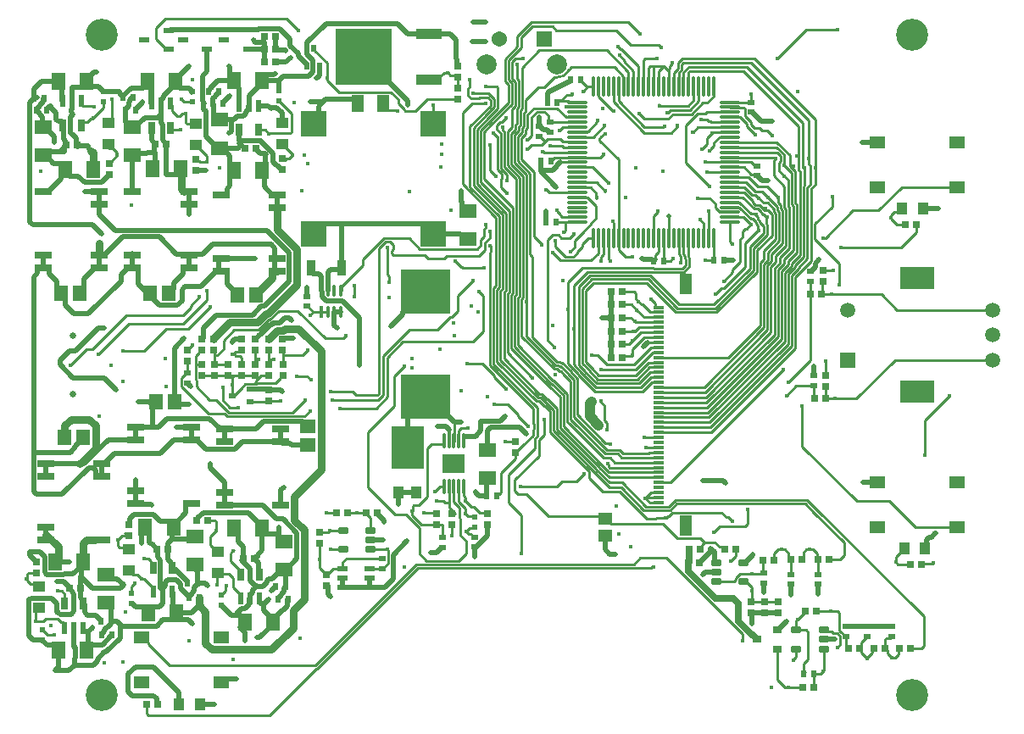
<source format=gtl>
G04*
G04 #@! TF.GenerationSoftware,Altium Limited,Altium Designer,22.1.2 (22)*
G04*
G04 Layer_Physical_Order=1*
G04 Layer_Color=255*
%FSLAX44Y44*%
%MOMM*%
G71*
G04*
G04 #@! TF.SameCoordinates,74BE647B-5A68-4C54-96DD-97E0C3036DEC*
G04*
G04*
G04 #@! TF.FilePolarity,Positive*
G04*
G01*
G75*
%ADD14C,0.2540*%
%ADD15R,1.0000X0.3000*%
%ADD16R,1.3000X2.0000*%
%ADD17R,2.5000X2.5000*%
%ADD18R,0.5000X0.8000*%
%ADD19R,0.8000X0.5000*%
G04:AMPARAMS|DCode=20|XSize=0.6mm|YSize=1mm|CornerRadius=0.051mm|HoleSize=0mm|Usage=FLASHONLY|Rotation=270.000|XOffset=0mm|YOffset=0mm|HoleType=Round|Shape=RoundedRectangle|*
%AMROUNDEDRECTD20*
21,1,0.6000,0.8980,0,0,270.0*
21,1,0.4980,1.0000,0,0,270.0*
1,1,0.1020,-0.4490,-0.2490*
1,1,0.1020,-0.4490,0.2490*
1,1,0.1020,0.4490,0.2490*
1,1,0.1020,0.4490,-0.2490*
%
%ADD20ROUNDEDRECTD20*%
%ADD21R,0.7500X0.6500*%
%ADD22R,5.0000X4.5000*%
%ADD23R,0.5500X1.3000*%
%ADD24R,0.7000X1.3000*%
%ADD25R,0.6500X0.7500*%
%ADD26R,0.6400X0.5400*%
%ADD27R,1.0000X0.5000*%
%ADD28R,0.9000X0.8000*%
%ADD29R,2.1700X1.9400*%
%ADD30O,0.3000X1.6000*%
%ADD31R,0.3750X1.1565*%
G04:AMPARAMS|DCode=32|XSize=1.1565mm|YSize=0.375mm|CornerRadius=0.1875mm|HoleSize=0mm|Usage=FLASHONLY|Rotation=90.000|XOffset=0mm|YOffset=0mm|HoleType=Round|Shape=RoundedRectangle|*
%AMROUNDEDRECTD32*
21,1,1.1565,0.0000,0,0,90.0*
21,1,0.7815,0.3750,0,0,90.0*
1,1,0.3750,0.0000,0.3908*
1,1,0.3750,0.0000,-0.3908*
1,1,0.3750,0.0000,-0.3908*
1,1,0.3750,0.0000,0.3908*
%
%ADD32ROUNDEDRECTD32*%
%ADD33R,1.7000X0.8000*%
%ADD34R,1.0000X0.6000*%
%ADD35R,1.5562X1.4546*%
%ADD36R,1.3500X1.8000*%
%ADD37R,1.4546X1.5562*%
%ADD38R,0.5400X0.6400*%
%ADD39R,0.9000X1.6500*%
%ADD40R,2.6000X1.0600*%
%ADD41R,5.7000X5.6320*%
%ADD42R,0.5500X0.5000*%
%ADD43R,1.2000X1.1000*%
%ADD44R,1.8000X1.3500*%
%ADD45R,0.6500X0.5500*%
%ADD46R,0.5500X0.6500*%
%ADD47R,1.4000X1.2000*%
%ADD48R,3.2000X4.3500*%
%ADD49R,1.1000X1.1500*%
%ADD50R,1.1000X1.2000*%
%ADD51R,1.1544X1.7062*%
%ADD52O,0.3000X2.1000*%
%ADD53O,2.1000X0.3000*%
%ADD54R,1.5500X1.3000*%
%ADD95C,0.6500*%
%ADD99R,1.5400X1.5400*%
%ADD100C,1.5400*%
%ADD101C,2.0000*%
%ADD105C,0.5080*%
%ADD106C,0.6350*%
%ADD107C,0.7620*%
%ADD108C,0.3048*%
%ADD109C,1.0000*%
%ADD110R,3.5000X2.3000*%
%ADD111R,1.5000X1.5000*%
%ADD112C,1.5000*%
%ADD113C,3.2000*%
%ADD114C,0.4500*%
%ADD115C,0.5000*%
D14*
X534011Y647009D02*
G03*
X547042Y654556I1039J13229D01*
G01*
X95375Y569875D02*
Y572408D01*
X88250Y560750D02*
X90234Y562734D01*
X95375Y569875D02*
X95750Y569500D01*
X90234Y563984D02*
X95750Y569500D01*
X90234Y562734D02*
Y563984D01*
X91323Y576460D02*
X95375Y572408D01*
X21035Y95087D02*
X25622Y90500D01*
X33000D01*
X20785Y95087D02*
X21035D01*
X188661Y180277D02*
Y188411D01*
X194750Y194500D02*
Y203431D01*
X188661Y188411D02*
X194750Y194500D01*
X193181Y205000D02*
X194750Y203431D01*
X186250Y205000D02*
X193181D01*
X87750Y560750D02*
X88250D01*
X736750Y526500D02*
X741535Y521715D01*
X745836D01*
X736220Y526500D02*
X736750D01*
X729483Y529653D02*
X733067D01*
X736220Y526500D01*
X721730Y537406D02*
X729483Y529653D01*
X516721Y285169D02*
X522000Y290448D01*
Y305250D01*
X513281Y286594D02*
X515510Y288823D01*
X471690Y360715D02*
X515510Y316895D01*
Y288823D02*
Y316895D01*
X468250Y359291D02*
X511500Y316040D01*
X512070Y296193D02*
Y300807D01*
X511500Y301377D02*
X512070Y300807D01*
X501447Y279625D02*
X511500Y289678D01*
Y295623D01*
Y301377D02*
Y316040D01*
Y295623D02*
X512070Y296193D01*
X610532Y375560D02*
X622471Y387500D01*
X609805Y369125D02*
X610180Y369500D01*
X610532Y369781D02*
Y375560D01*
X601980Y369125D02*
X609805D01*
X610250Y369500D02*
X610532Y369781D01*
X600000Y367145D02*
X601980Y369125D01*
X600000Y367112D02*
Y367145D01*
X188661Y180277D02*
X195438Y173500D01*
X663500Y561586D02*
X686999Y538087D01*
X663500Y599062D02*
X675855Y611416D01*
X663500Y561586D02*
Y599062D01*
X783990Y695000D02*
X815000D01*
X755000Y666010D02*
X783990Y695000D01*
X644250Y167000D02*
X720000Y91250D01*
Y84000D02*
Y91250D01*
X618000Y167000D02*
X644250D01*
X728947Y123738D02*
X728953Y123744D01*
X741994D01*
X742000Y123750D01*
X755550D01*
X728947Y123738D02*
X729664D01*
X729676Y123750D01*
Y134000D01*
X611740Y160740D02*
X618000Y167000D01*
X394740Y160740D02*
X611740D01*
X629612Y157864D02*
X630998D01*
X631373Y158239D01*
X629048Y157300D02*
X629612Y157864D01*
X396165Y157300D02*
X629048D01*
X126688Y10000D02*
X247750D01*
X294310Y56560D01*
X295425D02*
X396165Y157300D01*
X294310Y56560D02*
X295425D01*
X692781Y182719D02*
X697446Y178054D01*
X681969Y182719D02*
X692781D01*
X678065Y186623D02*
X681969Y182719D01*
X677499Y186960D02*
X677753Y186935D01*
X654981Y186960D02*
X677499D01*
X679637Y180387D02*
X681789Y182539D01*
X681789Y182539D01*
X677753Y186935D02*
X677886Y186802D01*
X677657Y175799D02*
X679637Y177779D01*
Y180387D01*
X702500Y175799D02*
Y176074D01*
X700520Y178054D02*
X702500Y176074D01*
X697446Y178054D02*
X700520D01*
X201000Y324723D02*
X208315Y317408D01*
X201000Y324723D02*
Y337500D01*
X751703Y165239D02*
Y171703D01*
X755750Y175750D02*
X759500D01*
X751703Y171703D02*
X755750Y175750D01*
X759500D02*
X759779Y175471D01*
X762637D01*
X766284Y171824D01*
Y167616D02*
Y171824D01*
Y167616D02*
X768264Y165636D01*
X756307Y554443D02*
X762000Y548750D01*
Y548355D02*
X765650Y544705D01*
X756307Y554443D02*
Y561680D01*
X762000Y548355D02*
Y548750D01*
X765650Y518802D02*
Y544705D01*
X744657Y538593D02*
X756279Y526971D01*
X735346Y538593D02*
X744657D01*
X756279Y521713D02*
Y526971D01*
Y521713D02*
X758770Y519222D01*
Y515952D02*
Y519222D01*
X745836Y521715D02*
X751890Y515661D01*
X124759Y11929D02*
X126688Y10000D01*
X195438Y173500D02*
X195938D01*
X247625Y591375D02*
X268762D01*
X270250Y592863D02*
Y610728D01*
X257139Y623840D02*
X270250Y610728D01*
X268762Y591375D02*
X270250Y592863D01*
X247250Y591000D02*
X247625Y591375D01*
X236714Y594927D02*
X243323D01*
X247250Y591000D01*
X174562Y579500D02*
X185500Y568562D01*
Y563000D02*
Y568562D01*
X176042Y563520D02*
X177510D01*
X174062Y565500D02*
X176042Y563520D01*
X177510D02*
X178030Y563000D01*
X185500D01*
X36604Y134473D02*
X36979Y134098D01*
X42929Y121500D02*
Y131296D01*
X36979Y134098D02*
X40127D01*
X42929Y131296D01*
X5529Y146529D02*
Y151012D01*
X7017Y152500D02*
X15000D01*
X5529Y151012D02*
X7017Y152500D01*
X5250Y146250D02*
X5529Y146529D01*
X9137Y141061D02*
X14898D01*
X5529Y144669D02*
X9137Y141061D01*
X14898D02*
X17459Y138500D01*
X5529Y144669D02*
Y145971D01*
X5250Y146250D02*
X5529Y145971D01*
X784000Y175500D02*
X787500D01*
X781261Y172761D02*
X784000Y175500D01*
X781261Y165664D02*
Y172761D01*
X790568Y175432D02*
X794408Y171592D01*
X787500Y175500D02*
X787568Y175432D01*
X790568D01*
X794408Y166989D02*
X795761Y165636D01*
X794408Y166989D02*
Y171592D01*
X795761Y150749D02*
Y166136D01*
X768264Y150749D02*
Y166136D01*
X864187Y87262D02*
X867959D01*
X862699Y76746D02*
Y85774D01*
X864187Y87262D01*
X867959D02*
X869177Y88480D01*
X862699Y76746D02*
X864679Y74766D01*
Y72071D02*
X869500Y67250D01*
X864679Y72071D02*
Y74766D01*
X876173Y75767D02*
X877152Y76746D01*
X869500Y67250D02*
X872750D01*
X876173Y70673D02*
Y75767D01*
X872750Y67250D02*
X876173Y70673D01*
X210500Y339750D02*
X210689Y339939D01*
Y347665D01*
X210500Y329504D02*
Y339750D01*
Y329504D02*
X210689Y329316D01*
X442107Y231889D02*
X442169Y231826D01*
Y229283D02*
Y231826D01*
Y229283D02*
X443783Y227670D01*
Y224928D02*
Y227670D01*
X442019Y238802D02*
X442107Y238714D01*
Y231889D02*
Y238714D01*
X443500Y224645D02*
X443783Y224928D01*
X458055Y212006D02*
X464610D01*
X443500Y224250D02*
X449275Y218475D01*
X443500Y224250D02*
Y224645D01*
X464610Y212006D02*
X465615Y211000D01*
X437019Y222854D02*
Y239375D01*
X451586Y218475D02*
X458055Y212006D01*
X432019Y222989D02*
X437750Y217258D01*
X437019Y222854D02*
X443041Y216832D01*
X437750Y207348D02*
Y217258D01*
X449275Y218475D02*
X451586D01*
X432019Y222989D02*
Y238802D01*
X443041Y212029D02*
Y216832D01*
X443320Y211750D02*
X443715D01*
X443041Y212029D02*
X443320Y211750D01*
X366515Y161994D02*
Y174840D01*
X348750Y175750D02*
X364605D01*
X365105Y176250D02*
X365500D01*
Y175855D02*
X366515Y174840D01*
X364605Y175750D02*
X365105Y176250D01*
X365500Y175855D02*
Y176250D01*
X844424Y88480D02*
X844924D01*
X842994Y87050D02*
X844424Y88480D01*
X836000Y76746D02*
X836527D01*
X839007Y74266D01*
Y72493D02*
Y74266D01*
X836282Y76746D02*
X838762Y79226D01*
X836000Y76746D02*
X836282D01*
X842994Y86550D02*
Y87050D01*
X838762Y82318D02*
X842994Y86550D01*
X838762Y79226D02*
Y82318D01*
X839007Y72493D02*
X844500Y67000D01*
X839007Y72493D02*
Y74766D01*
X844924Y67424D02*
X849719Y72219D01*
Y74766D02*
X851699Y76746D01*
X849719Y72219D02*
Y74766D01*
X837027Y76746D02*
X839007Y74766D01*
X298000Y165500D02*
Y182000D01*
Y157150D02*
Y165500D01*
X504780Y387998D02*
Y423000D01*
X499210Y388703D02*
X532093Y355820D01*
X495770Y379603D02*
X530693Y344680D01*
X485670Y559216D02*
X497900Y546986D01*
X482230Y557791D02*
X494460Y545561D01*
X492330Y378178D02*
X529268Y341240D01*
X488890Y376753D02*
X527843Y337800D01*
X485450Y372050D02*
X510538Y346962D01*
X458425Y542506D02*
X487580Y513351D01*
X482010Y366016D02*
X517316Y330710D01*
X454985Y540562D02*
X484140Y511408D01*
X448105Y537713D02*
X477260Y508558D01*
X440621Y540332D02*
X473820Y507133D01*
X499210Y388703D02*
Y425307D01*
X495770Y379603D02*
Y426732D01*
X475130Y363166D02*
X514466Y323830D01*
X478570Y364591D02*
Y433857D01*
X475130Y363166D02*
Y435281D01*
X508220Y470342D02*
Y551260D01*
X478570Y364591D02*
X515891Y327270D01*
X508220Y470342D02*
X510350Y468212D01*
X467777Y468726D02*
X468250Y468253D01*
X510350Y387293D02*
Y468212D01*
X478570Y433857D02*
X480700Y435987D01*
X477260Y437411D02*
Y508558D01*
X482010Y432432D02*
X484140Y434562D01*
X488890Y376753D02*
Y429582D01*
X491020Y431712D02*
Y516911D01*
X485450Y431007D02*
X487580Y433137D01*
X482010Y366016D02*
Y432432D01*
X487580Y433137D02*
Y513351D01*
X484140Y434562D02*
Y511408D01*
X488890Y429582D02*
X491020Y431712D01*
X492330Y428157D02*
X494460Y430287D01*
Y545561D01*
X451545Y539137D02*
X480700Y509983D01*
Y435987D02*
Y509983D01*
X471690Y360715D02*
Y436706D01*
X461865Y546065D02*
X491020Y516911D01*
X499210Y425307D02*
X501340Y427437D01*
X475130Y435281D02*
X477260Y437411D01*
X492330Y378178D02*
Y428157D01*
X497900Y428862D02*
Y546986D01*
X468250Y359291D02*
Y468253D01*
X495770Y426732D02*
X497900Y428862D01*
X471690Y436706D02*
X473820Y438836D01*
X501340Y427437D02*
Y548410D01*
X489110Y560640D02*
X501340Y548410D01*
X485450Y372050D02*
Y431007D01*
X510350Y387293D02*
X534943Y362700D01*
X473820Y438836D02*
Y507133D01*
X504780Y423000D02*
Y549835D01*
X545963Y415750D02*
Y442243D01*
Y361259D02*
Y415750D01*
X551533Y396250D02*
Y439313D01*
Y360553D02*
Y396250D01*
X545963Y442243D02*
X560233Y456512D01*
X560543Y392518D02*
Y436166D01*
X557069Y359883D02*
X563239Y353712D01*
X557069Y359883D02*
Y393909D01*
X560509Y392484D02*
X560543Y392518D01*
X563983Y433859D02*
X571629Y441504D01*
X563983Y391093D02*
Y433859D01*
X563949Y362732D02*
Y391059D01*
X557069Y393909D02*
X557103Y393943D01*
Y438474D02*
X568262Y449632D01*
X545963Y361259D02*
X556359Y350863D01*
X557103Y393943D02*
Y438474D01*
X563949Y362732D02*
X570119Y356562D01*
X560509Y361307D02*
Y392484D01*
Y361307D02*
X566679Y355137D01*
X560543Y436166D02*
X569945Y445568D01*
X563949Y391059D02*
X563983Y391093D01*
X758990Y385761D02*
Y453487D01*
X745230Y394990D02*
Y459186D01*
X734488Y463039D02*
X735112Y463663D01*
X758990Y453487D02*
X765714Y460211D01*
X745230Y459186D02*
X749458Y463415D01*
X734488Y452711D02*
Y463039D01*
X762430Y383454D02*
Y452062D01*
X748670Y392683D02*
Y457761D01*
X686476Y307500D02*
X762430Y383454D01*
X683487Y327500D02*
X748670Y392683D01*
X765870Y381146D02*
Y450637D01*
X752110Y390376D02*
Y456337D01*
X738350Y399605D02*
Y462036D01*
X765870Y450637D02*
X772620Y457387D01*
X752110Y456337D02*
X757586Y461813D01*
X738350Y462036D02*
X741330Y465016D01*
X776060Y455962D02*
Y456844D01*
X741790Y397298D02*
Y460611D01*
X769310Y378839D02*
Y449212D01*
X755550Y388069D02*
Y454912D01*
X761650Y461012D02*
Y465424D01*
X745394Y464216D02*
Y472158D01*
X681992Y337500D02*
X741790Y397298D01*
X694262Y412486D02*
X734488Y452711D01*
X682740Y332500D02*
X745230Y394990D01*
X755550Y454912D02*
X761650Y461012D01*
X769180Y458812D02*
Y461459D01*
X762430Y452062D02*
X769180Y458812D01*
X688718Y292500D02*
X772750Y376532D01*
X684234Y322500D02*
X752110Y390376D01*
X706245Y367500D02*
X738350Y399605D01*
X772750Y447787D02*
X788514Y463551D01*
X753522Y462614D02*
Y468791D01*
X687971Y297500D02*
X769310Y378839D01*
X735112Y463663D02*
Y474388D01*
X687224Y302500D02*
X765870Y381146D01*
X685729Y312500D02*
X758990Y385761D01*
X741790Y460611D02*
X745394Y464216D01*
X772750Y376532D02*
Y447787D01*
X748670Y457761D02*
X753522Y462614D01*
X769310Y449212D02*
X776060Y455962D01*
X684981Y317500D02*
X755550Y388069D01*
X653821Y412486D02*
X694262D01*
X749458Y463415D02*
Y470474D01*
X772620Y457387D02*
Y459152D01*
X765714Y460211D02*
Y463741D01*
X741330Y465016D02*
Y473841D01*
X757586Y461813D02*
Y467108D01*
X741330Y473841D02*
X753510Y486021D01*
X753522Y468791D02*
X763830Y479099D01*
X757586Y467108D02*
X767270Y476791D01*
X776060Y456844D02*
X785074Y465858D01*
X761650Y465424D02*
X770710Y474484D01*
X749458Y470474D02*
X760390Y481406D01*
X765714Y463741D02*
X774150Y472176D01*
X772620Y459152D02*
X781570Y468102D01*
X769180Y461459D02*
X777590Y469869D01*
X745394Y472158D02*
X756950Y483713D01*
X735112Y474388D02*
X750070Y489346D01*
X739070Y512333D02*
X740828Y510575D01*
X762210Y517377D02*
Y538288D01*
X774150Y472176D02*
Y520031D01*
X753510Y486021D02*
Y511482D01*
X755330Y514527D02*
Y517797D01*
X767270Y476791D02*
Y517182D01*
X751890Y513102D02*
Y515661D01*
X744072Y500670D02*
X745010Y499732D01*
X744221Y507471D02*
X744500Y507750D01*
X769090Y520227D02*
X770710Y518606D01*
X744105Y507750D02*
X744500D01*
X777590Y469869D02*
Y553373D01*
X776564Y554399D02*
Y567936D01*
X744072Y500670D02*
Y501996D01*
X760390Y481406D02*
Y514332D01*
X750070Y489346D02*
Y510057D01*
X763830Y479099D02*
Y515757D01*
X772530Y521651D02*
Y553585D01*
X739070Y512333D02*
Y512807D01*
X741280Y510575D02*
X744105Y507750D01*
X756950Y483713D02*
Y512907D01*
X765650Y518802D02*
X767270Y517182D01*
X751890Y513102D02*
X753510Y511482D01*
X772530Y521651D02*
X774150Y520031D01*
X744221Y502145D02*
Y507471D01*
X744072Y501996D02*
X744221Y502145D01*
X769090Y520227D02*
Y552160D01*
X758770Y515952D02*
X760390Y514332D01*
X745320Y514808D02*
X750070Y510057D01*
X755330Y514527D02*
X756950Y512907D01*
X762210Y517377D02*
X763830Y515757D01*
X740828Y510575D02*
X741280D01*
X770710Y474484D02*
Y518606D01*
X742192Y514808D02*
X745320D01*
X776564Y554399D02*
X777590Y553373D01*
X751250Y549248D02*
X762210Y538288D01*
X761877Y559373D02*
X769090Y552160D01*
X769488Y556627D02*
X772530Y553585D01*
X735788Y516090D02*
X739070Y512807D01*
X745843Y527285D02*
X755330Y517797D01*
X745010Y490034D02*
Y499732D01*
X727608Y477723D02*
X741570Y491685D01*
X735721Y494279D02*
Y499292D01*
X731048Y476072D02*
X745010Y490034D01*
X741570Y491685D02*
Y498307D01*
X722920Y481162D02*
X735758Y494000D01*
X734070Y500942D02*
Y502324D01*
X737510Y502367D02*
X741570Y498307D01*
X734070Y500942D02*
X735721Y499292D01*
Y494279D02*
X736000Y494000D01*
X728867Y505672D02*
X730451D01*
X707508Y507318D02*
X721199D01*
X735630Y505629D02*
Y507975D01*
X721199Y507318D02*
X727938Y500579D01*
X723221Y496231D02*
X724148D01*
X735630Y505629D02*
X737510Y503749D01*
X731193Y504930D02*
X731464D01*
X724148Y496231D02*
X728020Y500102D01*
X707420Y507406D02*
X707508Y507318D01*
X727740Y500250D02*
X727938Y500448D01*
X718093Y516446D02*
X728867Y505672D01*
X728020Y500102D02*
X728415D01*
X727938Y500448D02*
Y500579D01*
X730451Y505672D02*
X731193Y504930D01*
X737510Y502367D02*
Y503749D01*
X731464Y504930D02*
X734070Y502324D01*
X720654Y493664D02*
X723221Y496231D01*
X720654Y488237D02*
Y493664D01*
X717480Y485063D02*
X720654Y488237D01*
X740034Y533093D02*
X745843Y527285D01*
X733221Y510384D02*
X735630Y507975D01*
X733221Y510384D02*
Y510779D01*
X737470Y519530D02*
X742192Y514808D01*
X742192D02*
X743529Y516145D01*
X718093Y521446D02*
X728760Y510779D01*
X731847Y516090D02*
X735788D01*
X728760Y510779D02*
X733221D01*
X720619Y527318D02*
X731847Y516090D01*
X733272Y519530D02*
X737470D01*
X732967Y533093D02*
X740034D01*
X726533Y547406D02*
X735346Y538593D01*
X723653Y542406D02*
X732967Y533093D01*
X707420Y542406D02*
X723653D01*
X733989Y549529D02*
X734989D01*
X733182Y550336D02*
X733989Y549529D01*
X728782Y550336D02*
X733182D01*
X707420Y547406D02*
X726533D01*
X721712Y557406D02*
X728782Y550336D01*
X716544Y522406D02*
X717504Y521446D01*
X718093D01*
X707420Y522406D02*
X716544D01*
X727608Y456444D02*
Y477723D01*
X707508Y527318D02*
X720619D01*
X730646Y522156D02*
X733272Y519530D01*
X716544Y517406D02*
X717505Y516446D01*
X730646Y522156D02*
Y523490D01*
X691778Y420614D02*
X727608Y456444D01*
X691778Y420614D02*
Y420614D01*
X707420Y517406D02*
X716544D01*
X717505Y516446D02*
X718093D01*
X707420Y537406D02*
X721730D01*
Y532406D02*
X730646Y523490D01*
X707420Y527406D02*
X707508Y527318D01*
X707420Y532406D02*
X721730D01*
X610288Y383962D02*
X618826Y392500D01*
X607060Y380734D02*
X610288Y383962D01*
X611250Y393612D02*
X613111D01*
X600000D02*
X611250D01*
X561420Y633342D02*
X562962Y634885D01*
Y635415D01*
X446329Y209136D02*
X451833D01*
X443715Y211750D02*
X446329Y209136D01*
X451833D02*
X452639Y208330D01*
X612375Y403625D02*
X613500Y402500D01*
X608788Y407212D02*
X612375Y403625D01*
X614723Y414973D02*
X622197Y407500D01*
X609497Y420199D02*
X614723Y414973D01*
X616529Y423279D02*
X619703Y420104D01*
X613384Y426423D02*
X616529Y423279D01*
X873479Y162750D02*
X875468Y160761D01*
X873250Y162750D02*
X873479D01*
X875468Y160761D02*
X887870D01*
X873529Y168486D02*
X881630Y176586D01*
Y177086D01*
X873250Y162750D02*
X873529Y163029D01*
Y168486D01*
X876258Y512758D02*
X879500Y516000D01*
X871678Y512758D02*
X876258D01*
X868529Y509609D02*
X871678Y512758D01*
X868529Y507529D02*
Y509609D01*
X868250Y507250D02*
X868529Y507529D01*
Y505721D02*
Y506971D01*
X868250Y507250D02*
X868529Y506971D01*
Y505721D02*
X874418Y499832D01*
X883000D01*
X390558Y214279D02*
Y218701D01*
X392046Y220189D02*
X396850D01*
X390558Y218701D02*
X392046Y220189D01*
X390279Y209714D02*
Y214000D01*
Y209714D02*
X399710Y200282D01*
X390279Y214000D02*
X390558Y214279D01*
X443750Y193750D02*
X444320D01*
X451409Y196940D02*
X452639Y198170D01*
X444320Y193750D02*
X446632Y191438D01*
X448943D01*
X452389Y187992D01*
X444715Y193750D02*
X447905Y196940D01*
X451409D01*
X443750Y193750D02*
X444715D01*
X452639Y198170D02*
X452889D01*
X437750Y207348D02*
X438750Y206348D01*
Y189390D02*
X444099Y184041D01*
X438750Y189390D02*
Y206348D01*
X452389Y187992D02*
X452889D01*
X256889Y623840D02*
X257139D01*
X270471Y570029D02*
Y570671D01*
X260715Y580427D02*
X270471Y570671D01*
Y570029D02*
X270750Y569750D01*
X267588Y566427D02*
X270750Y569589D01*
Y569750D01*
X261485Y566427D02*
X267588D01*
X260215D02*
X261485D01*
X260215Y580427D02*
X261485Y579157D01*
Y566277D02*
Y566427D01*
X260215Y580427D02*
X260715D01*
X165488Y600500D02*
X174062D01*
X164000Y601988D02*
Y611250D01*
Y601988D02*
X165488Y600500D01*
X160380Y611250D02*
X164000D01*
X157960Y608830D02*
X160380Y611250D01*
X155420Y608830D02*
X157960D01*
X150276Y613974D02*
X155420Y608830D01*
X174062Y579500D02*
X174562D01*
X87250Y576460D02*
X91323D01*
X86865Y576845D02*
X87250Y576460D01*
X120529Y145971D02*
X122565D01*
X116069Y150285D02*
X120104Y146250D01*
X120250D01*
X120529Y145971D01*
X106938Y154515D02*
X111168Y150285D01*
X116069D01*
X122565Y145971D02*
X131635Y136900D01*
Y133150D02*
Y136900D01*
X375220Y613500D02*
X375750D01*
X366214Y614079D02*
X374641D01*
X375220Y613500D01*
X376230Y620897D02*
Y625080D01*
X381320Y615803D02*
X383443Y613680D01*
X361712Y618581D02*
X366214Y614079D01*
X383443Y613680D02*
X393332D01*
X376230Y620897D02*
X381320Y615807D01*
Y615803D02*
Y615807D01*
X361712Y618581D02*
Y621340D01*
X368900Y632411D02*
X376230Y625080D01*
X393332Y613680D02*
X405302Y625649D01*
X436161D01*
X329370Y632411D02*
X368900D01*
X60020Y600362D02*
X62250Y602592D01*
X65842D01*
X60020Y596770D02*
Y600362D01*
X65842Y602592D02*
X69375Y606125D01*
X71375D01*
X72000Y606750D01*
X71750Y606617D02*
X81736Y616603D01*
X71750Y606500D02*
Y606617D01*
X81736Y616603D02*
Y622913D01*
X751250Y549248D02*
Y564105D01*
X753007Y565862D01*
Y566257D01*
X751463Y567406D02*
X752612Y566257D01*
X707420Y567406D02*
X751463D01*
X752612Y566257D02*
X753007D01*
X761877Y559373D02*
X762017Y559513D01*
X756307Y561680D02*
X758577Y563950D01*
X707420Y577406D02*
X754600D01*
X767447Y558668D02*
X769488Y556627D01*
X754735Y572406D02*
X758577Y568564D01*
X707420Y582406D02*
X754465D01*
X767447Y569424D01*
X761877Y559373D02*
Y559373D01*
X762017Y559513D02*
Y569989D01*
X707420Y572406D02*
X754735D01*
X754600Y577406D02*
X762017Y569989D01*
X767447Y558668D02*
Y569424D01*
X758577Y563950D02*
Y568564D01*
X785074Y537013D02*
X787704Y539643D01*
X793250Y540325D02*
Y556477D01*
Y556500D02*
Y604777D01*
X782134Y538938D02*
Y556706D01*
X787704Y539643D02*
Y559013D01*
X781509Y538313D02*
X782134Y538938D01*
X769488Y556627D02*
X770994Y558134D01*
X776000Y568500D02*
X776564Y567936D01*
X786250Y566000D02*
Y603900D01*
X786527Y560190D02*
X787704Y559013D01*
X781509Y512289D02*
Y538313D01*
X786250Y566000D02*
X786527Y565723D01*
X793250Y556477D02*
X793273Y556500D01*
X786527Y560190D02*
Y565723D01*
X781116Y511897D02*
X781509Y512289D01*
X780250Y556706D02*
Y602023D01*
X781116Y511897D02*
X781570Y511443D01*
X732175Y665852D02*
X793250Y604777D01*
X788514Y535588D02*
X793250Y540325D01*
X774680Y568500D02*
X776000D01*
X724548Y657724D02*
X780250Y602023D01*
X728362Y661788D02*
X786250Y603900D01*
X776000Y568500D02*
Y598396D01*
X720735Y653660D02*
X776000Y598396D01*
X785074Y465858D02*
Y537013D01*
X788514Y463551D02*
Y535588D01*
X781570Y468102D02*
Y511443D01*
X667908Y653660D02*
X720735D01*
X660011Y665852D02*
X732175D01*
X667037Y657724D02*
X724548D01*
X800323Y53677D02*
X801470Y54824D01*
X798238Y51592D02*
X800323Y53677D01*
X344130Y212370D02*
X344260Y212240D01*
X335130Y212370D02*
X344130D01*
X325500Y212500D02*
X325500Y212500D01*
X335000D01*
X335130Y212370D01*
X298000Y157150D02*
X304380Y150770D01*
X306105Y193000D02*
X307605Y194500D01*
X308125Y194625D02*
X321125D01*
X308000Y194500D02*
X308125Y194625D01*
X298000Y193000D02*
X306105D01*
X307605Y194500D02*
X308000D01*
X321125Y194625D02*
X321250Y194750D01*
X304380Y150770D02*
X304880D01*
X775117Y105633D02*
X783070Y113586D01*
X773970Y104486D02*
X775117Y105633D01*
X808000Y114086D02*
X815039D01*
X794070D02*
X808000D01*
X809000Y430700D02*
X858800D01*
X799014D02*
X809000D01*
X812750Y326344D02*
X833842D01*
X803014D02*
X812750D01*
X729250Y151320D02*
X735557D01*
X717776D02*
X729250D01*
X729676Y134000D02*
Y137574D01*
X723750Y143000D02*
Y143625D01*
X729221Y134279D02*
X729500Y134000D01*
X729221Y134279D02*
Y137529D01*
X723750Y143000D02*
X729221Y137529D01*
X723750Y143500D02*
X729676Y137574D01*
X721250Y143500D02*
X723750D01*
X721250Y143500D02*
X721250Y143500D01*
X712222Y143500D02*
X713710Y144988D01*
Y147253D01*
X693750Y143500D02*
X712222D01*
X713710Y147253D02*
X717776Y151320D01*
X735557D02*
X736004Y150873D01*
X740149D01*
X741526Y152250D01*
X763054Y37594D02*
X766000D01*
X780199D01*
X96250Y179286D02*
X97738Y177798D01*
X104656D02*
X106938Y175515D01*
X97738Y177798D02*
X104656D01*
X96250Y179286D02*
Y185000D01*
X100765Y189515D02*
X106938D01*
X96250Y185000D02*
X100765Y189515D01*
X105668D02*
Y189665D01*
X425750Y651750D02*
X426145D01*
X428601Y649294D01*
X421885Y651471D02*
X425471D01*
X407354Y644640D02*
X415054D01*
X428601Y649294D02*
X434294D01*
X436161Y647427D01*
X415054Y644640D02*
X421885Y651471D01*
X425471D02*
X425750Y651750D01*
X60020Y619721D02*
X61500Y618241D01*
X71229D02*
X71970Y617500D01*
X60020Y619721D02*
Y620706D01*
X61500Y618241D02*
X71229D01*
X71970Y617500D02*
X72500D01*
X14250Y104000D02*
Y114291D01*
X17459Y117500D01*
X24573Y106500D02*
X35880D01*
X39650Y102730D01*
X14250Y104000D02*
X22073D01*
X24573Y106500D01*
X209079Y349275D02*
X210689Y347665D01*
X209079Y349275D02*
X212299D01*
X206689Y349275D02*
X209079D01*
X204582Y347668D02*
X208081D01*
X180433Y349275D02*
X202975D01*
X206689D01*
X202975D02*
X204582Y347668D01*
X206689Y349275D02*
Y349275D01*
X305037Y646979D02*
Y661673D01*
Y644065D02*
Y646979D01*
X305057Y646999D01*
X150276Y613974D02*
Y619307D01*
X148796Y620787D02*
X150276Y619307D01*
X159500Y625500D02*
X160030D01*
X162617Y622913D01*
X170736D01*
X815250Y77780D02*
X818070Y80600D01*
Y88307D01*
X815250Y77250D02*
Y77780D01*
X647972Y464002D02*
X649970Y466000D01*
X650500D01*
X641668Y464002D02*
X647972D01*
X90680Y605778D02*
Y625070D01*
X90500Y625250D02*
X90680Y625070D01*
X211462Y146786D02*
Y146786D01*
X197208Y151230D02*
X207019D01*
X195000Y140895D02*
Y151562D01*
Y140895D02*
X195500Y140395D01*
Y140000D02*
Y140395D01*
X207019Y151230D02*
X211462Y146786D01*
X195938Y152500D02*
X197208Y151230D01*
X195000Y151562D02*
X195938Y152500D01*
X207278Y311838D02*
X238503D01*
X174863Y338010D02*
X187949Y324924D01*
X194192D02*
X207278Y311838D01*
X174143Y344973D02*
X174863Y344253D01*
X187949Y324924D02*
X194192D01*
X174863Y338010D02*
Y344253D01*
X174143Y344973D02*
Y360275D01*
X292940Y673770D02*
X305037Y661673D01*
X595500Y677750D02*
X596030D01*
X598022Y675758D01*
X598829D01*
X616420Y658167D01*
X161169Y409102D02*
X169397Y417330D01*
Y419147D01*
X178000Y427750D01*
X471529Y591263D02*
X474887Y587905D01*
X479790Y602820D02*
X483720Y606750D01*
X478443Y602820D02*
X479790D01*
X470998Y591263D02*
X471529D01*
X475180Y594943D02*
X478790Y591333D01*
X474887Y587905D02*
X475350D01*
X481125Y594210D02*
X482230Y593105D01*
X481125Y594210D02*
Y596875D01*
X475180Y594943D02*
Y599557D01*
X480750Y597250D02*
X481125Y596875D01*
X482230Y557791D02*
Y593105D01*
X483720Y606750D02*
X484250D01*
X475180Y599557D02*
X478443Y602820D01*
X478790Y556366D02*
Y591333D01*
X475350Y554941D02*
Y587905D01*
X489777Y597399D02*
Y600581D01*
X489820Y615415D02*
X493218Y618812D01*
X489777Y600581D02*
X489820Y600624D01*
Y615415D01*
X331156Y333000D02*
X334049Y330107D01*
X308750Y333000D02*
X331156D01*
X334049Y330107D02*
X355924D01*
X633015Y417500D02*
X636500D01*
X632785Y417730D02*
Y421465D01*
Y417730D02*
X633015Y417500D01*
X628500Y425750D02*
X632785Y421465D01*
X631051Y456480D02*
X660507D01*
X661420Y470596D02*
X662980Y469035D01*
X667210Y458318D02*
Y467000D01*
X661932Y453040D02*
X667210Y458318D01*
X551533Y439313D02*
X565292Y453072D01*
X661420Y470596D02*
Y486406D01*
X656420Y470731D02*
X658200Y468951D01*
X663770Y459743D02*
Y465575D01*
X662980Y466365D02*
Y469035D01*
X660507Y456480D02*
X663770Y459743D01*
X666420Y467790D02*
X667210Y467000D01*
X629626Y453040D02*
X661932D01*
X662980Y466365D02*
X663770Y465575D01*
X658200Y462050D02*
Y468951D01*
X666420Y467790D02*
Y486406D01*
X565292Y453072D02*
X629594D01*
X629626Y453040D01*
X631019Y456512D02*
X631051Y456480D01*
X560233Y456512D02*
X631019D01*
X641420Y463754D02*
X641668Y464002D01*
X462441Y488139D02*
Y495568D01*
X463375Y496502D01*
Y499875D02*
X463750Y500250D01*
X463375Y496502D02*
Y499875D01*
X492550Y562065D02*
X504780Y549835D01*
X495990Y563490D02*
X508220Y551260D01*
X504780Y387998D02*
X533518Y359260D01*
X511660Y488640D02*
X519930Y480370D01*
X462520Y481330D02*
X468250Y487060D01*
X499430Y564915D02*
X511660Y552685D01*
Y488640D02*
Y552685D01*
X468250Y487060D02*
Y493500D01*
X458897Y484596D02*
X462441Y488139D01*
X496031Y308969D02*
X506500Y298500D01*
X496031Y308969D02*
Y310469D01*
X485938Y320562D02*
X496031Y310469D01*
X439217Y296750D02*
X446000D01*
X437019Y294552D02*
X439217Y296750D01*
X505000Y575461D02*
X505308D01*
X519614Y579592D02*
X523370Y583348D01*
X521280Y573000D02*
X521874Y572406D01*
X555420D01*
X509439Y579592D02*
X519614D01*
X520750Y573000D02*
X521280D01*
X505308Y575461D02*
X509439Y579592D01*
X717480Y462603D02*
Y485063D01*
X710000Y455123D02*
X717480Y462603D01*
X710000Y452436D02*
Y455123D01*
X800433Y454102D02*
X800632Y454301D01*
X810551D01*
X810750Y454500D01*
X818868Y92919D02*
X823340Y88448D01*
X818323Y92919D02*
X818868D01*
X816527Y94715D02*
X818323Y92919D01*
X810746Y91606D02*
X814771D01*
X818070Y88307D01*
X816527Y94715D02*
Y112598D01*
X823340Y88448D02*
X823840D01*
X294000Y60000D02*
X394740Y160740D01*
X437062Y164180D02*
X444099Y171217D01*
X397477D02*
X404515Y164180D01*
X437062D01*
X86593Y601690D02*
X90680Y605778D01*
X537250Y594500D02*
X537780D01*
X540686Y597406D02*
X555420D01*
X537780Y594500D02*
X540686Y597406D01*
X430233Y189767D02*
Y199973D01*
Y189767D02*
X430250Y189750D01*
X430217Y199989D02*
X430233Y199973D01*
X305048Y212560D02*
X314441D01*
X314500Y212500D01*
X304989Y212619D02*
X305048Y212560D01*
X318016Y316609D02*
X354307D01*
X310190Y324537D02*
X356487D01*
X691936Y192936D02*
X697607Y198607D01*
X471836Y347664D02*
Y349486D01*
Y347664D02*
X484000Y335500D01*
X460047Y361275D02*
X471836Y349486D01*
X529953Y341240D02*
X541580Y329613D01*
X531378Y344680D02*
X545020Y331038D01*
X529268Y341240D02*
X529953D01*
X527843Y337800D02*
X528529D01*
X538140Y328189D01*
X530693Y344680D02*
X531378D01*
X545020Y303221D02*
Y331038D01*
X538140Y297005D02*
Y328189D01*
X541580Y298430D02*
Y329613D01*
X305380Y150770D02*
X311209Y156600D01*
X320990D01*
X304880Y150770D02*
X305380D01*
X346250Y237500D02*
Y293010D01*
X373450Y210300D02*
X383945D01*
X346250Y237500D02*
X373450Y210300D01*
X708500Y163750D02*
X713500Y168750D01*
Y175799D01*
X432353Y292684D02*
Y302820D01*
X432107Y292438D02*
X432353Y292684D01*
X432107Y283140D02*
Y292438D01*
X432019Y283802D02*
X432107Y283140D01*
X498070Y238363D02*
X535033D01*
X492500Y233914D02*
X495957Y230457D01*
X492500Y233914D02*
Y245000D01*
X516721Y269221D01*
X599741Y242500D02*
X623781Y218460D01*
X599410Y267500D02*
X636500D01*
X621474Y215020D02*
X647930D01*
X555340Y310143D02*
Y346337D01*
X538140Y297005D02*
X577473Y257672D01*
X551900Y307836D02*
Y344912D01*
X531260Y294155D02*
X570593Y254822D01*
X633665Y206420D02*
X633988Y206744D01*
X519865Y330710D02*
X525001Y325574D01*
X633988Y206744D02*
X643074D01*
X527820Y292730D02*
X567153Y253397D01*
X527820Y292730D02*
Y313557D01*
X486990Y250062D02*
X513281Y276353D01*
X581195Y267045D02*
X588382D01*
X587208Y242500D02*
X599741D01*
X551306Y302683D02*
X582879Y271109D01*
X522151Y318694D02*
X522684D01*
X623781Y218460D02*
X646505D01*
X574033Y255675D02*
X587208Y242500D01*
X525001Y325574D02*
X525533D01*
X534700Y295580D02*
X574033Y256247D01*
X522684Y318694D02*
X527820Y313557D01*
X534700Y295580D02*
Y316407D01*
X518440Y327270D02*
X523576Y322133D01*
X525533Y325574D02*
X534700Y316407D01*
X555340Y310143D02*
X583396Y282087D01*
X582879Y271109D02*
X595801D01*
X624326Y206420D02*
X633665D01*
X517015Y323830D02*
X522151Y318694D01*
X592839Y262588D02*
X610193D01*
X524109Y322133D02*
X531260Y314982D01*
X523576Y322133D02*
X524109D01*
X545020Y303221D02*
X547242Y300999D01*
X548950Y352727D02*
X555340Y346337D01*
X551900Y307836D02*
X584562Y275173D01*
X517316Y330710D02*
X519865D01*
X541580Y298430D02*
X580913Y259097D01*
X548460Y305528D02*
X551306Y302683D01*
X547242Y300999D02*
X581195Y267045D01*
X531260Y294155D02*
Y314982D01*
X588382Y267045D02*
X592839Y262588D01*
X548460Y305528D02*
Y343487D01*
X515891Y327270D02*
X518440D01*
X570593Y254250D02*
X587343Y237500D01*
X598994D01*
X621474Y215020D01*
X580814Y233436D02*
X597310D01*
X624326Y206420D01*
X514466Y323830D02*
X517015D01*
X595801Y271109D02*
X599410Y267500D01*
X567153Y247097D02*
Y253397D01*
Y247097D02*
X580814Y233436D01*
X516721Y269221D02*
Y285169D01*
X513281Y276353D02*
Y286594D01*
X545510Y351302D02*
X551900Y344912D01*
X583396Y282087D02*
X587893D01*
X584562Y275173D02*
X597485D01*
X493322Y272000D02*
X493822D01*
X501447Y279625D01*
Y279625D01*
X578550Y323098D02*
Y323629D01*
Y323098D02*
X582481Y319168D01*
Y304648D02*
Y319168D01*
X536732Y359260D02*
X536976Y359016D01*
X538157Y362700D02*
X538401Y362456D01*
X536976Y359016D02*
X538476D01*
X538401Y362456D02*
X539901D01*
X548950Y353407D01*
X538476Y359016D02*
X545510Y351982D01*
X525298Y384798D02*
X532596Y377500D01*
X525298Y384798D02*
Y474587D01*
X532093Y355820D02*
X535307D01*
X537307Y353820D02*
X538807D01*
X534943Y362700D02*
X538157D01*
X535307Y355820D02*
X537307Y353820D01*
X533518Y359260D02*
X536732D01*
X538807Y353820D02*
X542070Y350557D01*
Y349877D02*
X548460Y343487D01*
X573310Y333232D02*
X620341D01*
X574110Y337296D02*
X618658D01*
X551533Y360553D02*
X559799Y352287D01*
X563239Y353032D02*
Y353712D01*
X570119Y355882D02*
Y356562D01*
X559799Y351608D02*
Y352287D01*
X570119Y355882D02*
X576513Y349488D01*
X563239Y353032D02*
X574911Y341360D01*
X575712Y345424D02*
X615291D01*
X556359Y350183D02*
Y350863D01*
X559799Y351608D02*
X574110Y337296D01*
X545510Y351302D02*
Y351982D01*
X556359Y350183D02*
X573310Y333232D01*
X566679Y354457D02*
Y355137D01*
X576513Y349488D02*
X613607D01*
X566679Y354457D02*
X575712Y345424D01*
X574911Y341360D02*
X616974D01*
X542070Y349877D02*
Y350557D01*
X548950Y352727D02*
Y353407D01*
X472164Y320562D02*
X485938D01*
X486990Y222010D02*
Y250062D01*
X493178Y266428D02*
Y271856D01*
X493322Y272000D01*
X478989Y252239D02*
X493178Y266428D01*
X483455Y283000D02*
X493322D01*
X478989Y232762D02*
Y252239D01*
X535033Y238363D02*
X540382Y243712D01*
X554205D01*
X486990Y222010D02*
X499000Y210000D01*
X495957Y230457D02*
X504534D01*
X585233Y294826D02*
Y301896D01*
X582481Y304648D02*
X585233Y301896D01*
X616974Y341360D02*
X628114Y352500D01*
X620341Y333232D02*
X629379Y342270D01*
X618658Y337296D02*
X628862Y347500D01*
X615291Y345424D02*
X627366Y357500D01*
X586414Y258584D02*
X586644Y258355D01*
X586039Y261276D02*
X586414Y260901D01*
X554205Y243712D02*
X561583Y251090D01*
X586414Y258584D02*
Y260901D01*
X574033Y255675D02*
Y256247D01*
X577473Y257100D02*
Y257672D01*
Y257100D02*
X587073Y247500D01*
X570593Y254250D02*
Y254822D01*
X580913Y258525D02*
X586938Y252500D01*
X636500D01*
X587073Y247500D02*
X636500D01*
X580913Y258525D02*
Y259097D01*
X703905Y208141D02*
X705813D01*
X709777Y204177D01*
X699501Y212545D02*
X703905Y208141D01*
X697607Y198607D02*
X722595D01*
X725000Y201012D01*
X709777Y204177D02*
X710307D01*
X650320Y212545D02*
X699501D01*
X499000Y172000D02*
Y210000D01*
X504534Y230457D02*
X526439Y208552D01*
X474365Y229794D02*
X475845Y231274D01*
X477501D02*
X478989Y232762D01*
X474365Y229294D02*
Y229794D01*
X475845Y231274D02*
X477501D01*
X361476Y368967D02*
X387715Y395206D01*
X381176Y382920D02*
X451285D01*
X365540Y327842D02*
Y367284D01*
X381176Y382920D01*
X387715Y395206D02*
X415407D01*
X361476Y329525D02*
Y368967D01*
X468465Y473403D02*
Y478531D01*
X468090Y478906D02*
X468465Y478531D01*
X457019Y469074D02*
Y469075D01*
X462520Y474576D01*
X468465Y473403D02*
X468909Y472959D01*
X462520Y474576D02*
Y481330D01*
X519930Y479839D02*
Y480370D01*
X448105Y537713D02*
Y598048D01*
X451545Y539137D02*
Y596623D01*
X454985Y540562D02*
Y595198D01*
X467777Y468726D02*
Y471826D01*
X468909Y472959D01*
X455354Y475866D02*
X458897Y479410D01*
Y484596D01*
X425074Y469074D02*
X457019D01*
X398065Y475866D02*
X455354D01*
X440554Y456900D02*
X461865D01*
X445519Y361275D02*
X460047D01*
X440621Y612062D02*
X450080Y621522D01*
X440621Y540332D02*
Y612062D01*
X479355Y536990D02*
X485042Y531303D01*
X461865Y546065D02*
Y592348D01*
X458425Y542506D02*
Y593773D01*
X450080Y621522D02*
X463550D01*
X476000Y616189D02*
Y636918D01*
X474512Y638406D02*
X476000Y636918D01*
X463500Y638406D02*
X474512D01*
X451613Y631694D02*
X466438D01*
X472560Y625572D01*
X451419Y631500D02*
X451613Y631694D01*
X472560Y617614D02*
Y625572D01*
X469120Y619062D02*
Y623961D01*
X466350Y606539D02*
X476000Y616189D01*
X448105Y598048D02*
X469120Y619062D01*
X464925Y609979D02*
X472560Y617614D01*
X465990Y627092D02*
X469120Y623961D01*
X495348Y645416D02*
Y660238D01*
X503537Y624372D02*
X516142Y636977D01*
X482897Y643271D02*
X486338Y639831D01*
X495348Y601286D02*
Y616077D01*
X467775Y603099D02*
X486338Y621662D01*
X489777Y646121D02*
X493218Y642681D01*
X469199Y599659D02*
X489777Y620237D01*
X498787Y614652D02*
X500098Y615962D01*
X489777Y646121D02*
Y662545D01*
X502228Y611549D02*
X503537Y612859D01*
X486338Y644696D02*
X489777Y641256D01*
X496657Y617387D02*
Y644106D01*
X495348Y645416D02*
X496657Y644106D01*
X500098Y615962D02*
Y657057D01*
X486338Y663970D02*
X499182Y676815D01*
X495348Y616077D02*
X496657Y617387D01*
X482897Y665395D02*
X495348Y677845D01*
X486338Y644696D02*
Y663970D01*
X502228Y598436D02*
Y611549D01*
X493131Y665899D02*
X501061D01*
X486338Y621662D02*
Y639831D01*
X482897Y643271D02*
Y665395D01*
X498787Y599861D02*
Y614652D01*
X493218Y618812D02*
Y642681D01*
X489777Y620237D02*
Y641256D01*
X503537Y612859D02*
Y624372D01*
X531674Y674287D02*
X584545D01*
X531554Y674168D02*
X531674Y674287D01*
X584545D02*
X606420Y652413D01*
X517208Y674168D02*
X531554D01*
X500098Y657057D02*
X517208Y674168D01*
X509502Y702340D02*
X605920D01*
X617920Y690340D01*
X495348Y688185D02*
X509502Y702340D01*
X499182Y687155D02*
X510372Y698345D01*
X530355D01*
X534362Y694338D02*
X594146D01*
X530355Y698345D02*
X534362Y694338D01*
X594146D02*
X608791Y679693D01*
X495348Y677845D02*
Y688185D01*
X489777Y662545D02*
X493131Y665899D01*
X499182Y676815D02*
Y687155D01*
X544680Y630031D02*
X549578D01*
X549953Y630406D01*
X547042Y654556D02*
X547732Y656012D01*
X531469Y646325D02*
X532211Y647067D01*
X522121Y636977D02*
X531469Y646325D01*
X516142Y636977D02*
X522121D01*
X533283Y647067D02*
X534011Y647009D01*
X532211Y647067D02*
X533283D01*
X536726Y624336D02*
X538986D01*
X535296Y622906D02*
X536726Y624336D01*
X538986D02*
X544680Y630031D01*
X535296Y622406D02*
Y622906D01*
X538986Y623519D02*
X546375D01*
X525500Y474789D02*
Y484489D01*
X525298Y474587D02*
X525500Y474789D01*
Y484489D02*
X530858Y489846D01*
X596508Y474398D02*
X600001Y470906D01*
X600194D02*
X603166Y467934D01*
X610080D01*
X600001Y470906D02*
X600194D01*
X596420Y486406D02*
X596508Y486318D01*
Y474398D02*
Y486318D01*
X834500Y224000D02*
X866756D01*
X779819Y278680D02*
X834500Y224000D01*
X866756D02*
X893256Y197500D01*
X444099Y171217D02*
Y184041D01*
X397477Y171217D02*
Y196768D01*
X147750Y60000D02*
X294000D01*
X126730Y81020D02*
X147750Y60000D01*
X725000Y201012D02*
Y216021D01*
X646505Y218460D02*
X653075Y225031D01*
X784901D01*
X782594Y221591D02*
X791569Y212616D01*
X784901Y225031D02*
X901184Y108748D01*
X654500Y221591D02*
X782594D01*
X647930Y215020D02*
X654500Y221591D01*
X640591Y201350D02*
X654981Y186960D01*
X588980Y201350D02*
X640591D01*
X586000Y204330D02*
X588980Y201350D01*
X586000Y204330D02*
Y208552D01*
X583250Y206080D02*
X583528D01*
X586000Y208552D01*
X526439D02*
X586000D01*
X360775Y156754D02*
X361275D01*
X366515Y161994D01*
X360698Y156677D02*
X360775Y156754D01*
X348068Y156677D02*
X360698D01*
X347990Y156600D02*
X348068Y156677D01*
X344260Y211740D02*
Y212240D01*
Y211740D02*
X348750Y207250D01*
Y194750D02*
Y207250D01*
X324835Y166754D02*
X360775D01*
X320990Y162910D02*
X324835Y166754D01*
X320990Y156600D02*
Y162910D01*
X308638Y175750D02*
X321250D01*
X383945Y210300D02*
X397477Y196768D01*
X372318Y319077D02*
Y348924D01*
X382393Y359000D01*
X346250Y293010D02*
X372318Y319077D01*
X755054Y45594D02*
X763054Y37594D01*
X755054Y45594D02*
Y76191D01*
X328927Y631968D02*
X329370Y632411D01*
X317134Y631968D02*
X328927D01*
X656420Y470731D02*
Y486406D01*
X523370Y583348D02*
X525618Y585597D01*
X517700Y588467D02*
X522819Y583348D01*
X517200Y588467D02*
X517700D01*
X522819Y583348D02*
X523370D01*
X574984Y603531D02*
X575359Y603906D01*
X574984Y602257D02*
Y603531D01*
X566093Y593366D02*
X574984Y602257D01*
X564544Y592406D02*
X565504Y593366D01*
X566093D01*
X555420Y592406D02*
X564544D01*
X570900Y587406D02*
X582649Y599155D01*
X555420Y587406D02*
X570900D01*
X577480Y583906D02*
Y586010D01*
X582390Y590906D02*
X582920D01*
X577480Y586010D02*
X579277Y587806D01*
X579290D01*
X582390Y590906D01*
X549220Y657500D02*
X592399D01*
X547732Y656012D02*
X549220Y657500D01*
X536409Y623519D02*
X538986D01*
X773970Y67986D02*
Y76191D01*
X771514Y65000D02*
Y65530D01*
X773970Y67986D01*
X412812Y233819D02*
X417795Y238802D01*
X422019D01*
X199264Y130087D02*
X199514D01*
X203947Y139258D02*
X204322Y139633D01*
X203947Y134519D02*
Y139258D01*
X199514Y130087D02*
X203947Y134519D01*
X211462Y137794D02*
X218907Y130350D01*
Y126850D02*
Y130350D01*
X211462Y137794D02*
Y146786D01*
X468011Y554403D02*
Y579800D01*
X509828Y589299D02*
Y607664D01*
X515141Y612976D01*
X505000Y584471D02*
X509828Y589299D01*
X484925Y543788D02*
Y550231D01*
X485670Y559216D02*
Y593292D01*
X475350Y554941D02*
X479440Y550851D01*
X492550Y562065D02*
Y589686D01*
X489110Y560640D02*
Y591111D01*
X468011Y554403D02*
X473870Y548544D01*
X479440Y546236D02*
Y550851D01*
X478790Y556366D02*
X484925Y550231D01*
X499430Y564915D02*
Y586836D01*
X479355Y546151D02*
X479440Y546236D01*
X495990Y563490D02*
Y588261D01*
X489110Y591111D02*
X493218Y595218D01*
X499430Y586836D02*
X503537Y590943D01*
Y594882D01*
X492550Y589686D02*
X496657Y593793D01*
X500098Y592368D02*
Y596306D01*
X493218Y595218D02*
Y599156D01*
X495990Y588261D02*
X500098Y592368D01*
X496657Y593793D02*
Y597731D01*
X485670Y593292D02*
X489777Y597399D01*
X525618Y585597D02*
X537973D01*
X540542Y583028D01*
X500098Y596306D02*
X502228Y598436D01*
X493218Y599156D02*
X495348Y601286D01*
X496657Y597731D02*
X498787Y599861D01*
X503537Y594882D02*
X505667Y597012D01*
Y610124D02*
X511959Y616416D01*
X505667Y597012D02*
Y610124D01*
X177953Y372940D02*
X179933Y374920D01*
X174143Y368630D02*
X177953Y372440D01*
X179933Y374920D02*
X180433D01*
X177953Y372440D02*
Y372940D01*
X174143Y360275D02*
Y368630D01*
Y360275D02*
X180433D01*
X511959Y616416D02*
X534850D01*
X543859Y607406D01*
X522054Y612976D02*
X526066Y608964D01*
X515141Y612976D02*
X522054D01*
X543859Y607406D02*
X555420D01*
X527496Y602406D02*
X535792D01*
X526066Y603836D02*
Y608964D01*
Y603836D02*
X527496Y602406D01*
X545053Y617494D02*
X555332D01*
X544068Y617949D02*
X544598D01*
X547488Y622406D02*
X555420D01*
X544598Y617949D02*
X545053Y617494D01*
X546375Y623519D02*
X547488Y622406D01*
X535296D02*
X536409Y623519D01*
X208315Y317408D02*
X216747D01*
X229188Y323316D02*
X246204D01*
X246704Y323815D02*
X258908D01*
X228689Y322816D02*
X229188Y323316D01*
X246204D02*
X246704Y323815D01*
X212382Y371088D02*
X214256Y369214D01*
X210969Y370440D02*
X211999Y371470D01*
X213659Y373130D01*
X219774Y360360D02*
X219859Y360275D01*
X219774Y360360D02*
Y367418D01*
X217978Y369214D02*
X219774Y367418D01*
X214256Y369214D02*
X217978D01*
X218291Y373130D02*
X220271Y375110D01*
X210439Y370440D02*
X210969D01*
X213659Y373130D02*
X218291D01*
X610080Y467934D02*
X610359Y467655D01*
X588220Y463400D02*
Y463796D01*
X586420Y465596D02*
Y486406D01*
Y465596D02*
X588220Y463796D01*
X578596Y463400D02*
X578875Y463680D01*
Y467995D02*
X581420Y470540D01*
X578875Y463680D02*
Y467995D01*
X581420Y470540D02*
Y486406D01*
X569098Y464126D02*
X576420Y471448D01*
X538668Y464126D02*
X569098D01*
X576420Y471448D02*
Y486406D01*
X479355Y536990D02*
Y546151D01*
X469176Y599659D02*
X469199D01*
X466326Y606539D02*
X466350D01*
X467751Y603099D02*
X467775D01*
X464902Y609979D02*
X464925D01*
X731121Y560336D02*
X733682D01*
X729051Y562406D02*
X731121Y560336D01*
X707420Y562406D02*
X729051D01*
X733682Y560336D02*
X735112Y558906D01*
X555420Y557406D02*
X570762D01*
X586420Y541748D01*
X532179Y567406D02*
X578072D01*
X581314Y570648D02*
X581709D01*
X578072Y567406D02*
X581314Y570648D01*
X641500Y658104D02*
X645655Y653950D01*
X650240Y661282D02*
Y661677D01*
X647451Y655746D02*
Y658493D01*
X650240Y661282D01*
X645655Y653950D02*
X647451Y655746D01*
X628942Y232500D02*
X636500D01*
X623316Y226874D02*
X628942Y232500D01*
X623991Y227153D02*
X624338Y227500D01*
X636500D01*
X646758Y208983D02*
X650320Y212545D01*
X645708Y208983D02*
X646758D01*
X643074Y206970D02*
X643695D01*
X645708Y208983D01*
X238503Y311838D02*
X238726Y312060D01*
X270789D01*
X240151Y308620D02*
X282780D01*
X239928Y308398D02*
X240151Y308620D01*
X205853Y308398D02*
X239928D01*
X282780Y308620D02*
X288318Y314158D01*
X203026Y311225D02*
X205853Y308398D01*
X186834Y311225D02*
X203026D01*
X159756Y338303D02*
X186834Y311225D01*
X270789Y312060D02*
X283729Y325000D01*
X616420Y638406D02*
Y658167D01*
X601426Y663154D02*
Y664950D01*
X597485Y668892D02*
Y669225D01*
Y668892D02*
X601426Y664950D01*
Y663154D02*
X611420Y653160D01*
X606420Y638406D02*
Y652413D01*
X611420Y638406D02*
Y653160D01*
X608791Y679693D02*
X636465D01*
X593143Y656756D02*
X601332Y648567D01*
X592399Y657500D02*
X593143Y656756D01*
X636465Y679693D02*
X638720Y677438D01*
X651420Y638406D02*
Y651837D01*
X656420Y638406D02*
Y651973D01*
X655810Y656227D02*
Y661651D01*
X656420Y651973D02*
X659250Y654803D01*
X622908Y666267D02*
X634912D01*
X655810Y661651D02*
X660011Y665852D01*
X659250Y660226D02*
X660812Y661788D01*
X651420Y651837D02*
X655810Y656227D01*
X661420Y652107D02*
X667037Y657724D01*
X634912Y666267D02*
X635169Y666010D01*
X627908Y658535D02*
X641070D01*
X621420Y664779D02*
X622908Y666267D01*
X621420Y638406D02*
Y664779D01*
X659250Y654803D02*
Y660226D01*
X661420Y638406D02*
Y652107D01*
X641070Y658535D02*
X641500Y658104D01*
X636420Y653024D02*
X641500Y658104D01*
X636420Y638406D02*
Y653024D01*
X538232Y562406D02*
X555420D01*
X126669Y166471D02*
X129405Y163734D01*
Y159380D02*
Y163734D01*
Y159380D02*
X131635Y157150D01*
X123122Y166471D02*
X126669D01*
X122842Y166750D02*
X123122Y166471D01*
X103188Y191645D02*
X103688D01*
X105668Y189665D01*
X42929Y97500D02*
Y101000D01*
X41199Y102730D02*
X42929Y101000D01*
X39650Y102730D02*
X41199D01*
X445849Y636004D02*
X447389Y637544D01*
Y644750D01*
X445849Y629193D02*
Y636004D01*
X616659Y611079D02*
X622181Y605557D01*
X646170D01*
X596420Y623412D02*
Y638406D01*
Y623412D02*
X622178Y597653D01*
X641592D01*
X591420Y622664D02*
X622247Y591836D01*
X648977D01*
X242427Y682200D02*
Y688163D01*
X242390Y688201D02*
X242427Y688163D01*
X577480Y583906D02*
X596420Y564967D01*
X555332Y617494D02*
X555420Y617406D01*
X445849Y629193D02*
X449112Y625930D01*
X458132Y627092D02*
X465990D01*
X456970Y625930D02*
X458132Y627092D01*
X449112Y625930D02*
X456970D01*
X451545Y596623D02*
X464902Y609979D01*
X454985Y595198D02*
X466326Y606539D01*
X458425Y593773D02*
X467751Y603099D01*
X461865Y592348D02*
X469176Y599659D01*
X305037Y644065D02*
X317134Y631968D01*
X264387Y706000D02*
X276256Y694131D01*
X143915Y706000D02*
X264387D01*
X134750Y696835D02*
X143915Y706000D01*
X134750Y685131D02*
Y696835D01*
Y685131D02*
X144750Y675131D01*
X146750D01*
X620000Y420104D02*
X627604Y412500D01*
X636500D01*
X600000Y433612D02*
X600684Y432928D01*
X611896D02*
X613384Y431440D01*
X619703Y420104D02*
X620000D01*
X613384Y426423D02*
Y431440D01*
X600684Y432928D02*
X611896D01*
X682920Y562406D02*
X707420D01*
X729155Y622406D02*
Y630905D01*
X367148Y442780D02*
Y448464D01*
X365878Y449734D02*
Y477641D01*
Y449734D02*
X367148Y448464D01*
Y442780D02*
X367274Y442654D01*
X288318Y409677D02*
X291400Y412760D01*
X257040Y413941D02*
X276177D01*
X303516Y386602D01*
X321926D01*
X299556Y412760D02*
X306056D01*
X543120Y494438D02*
Y502406D01*
X541500Y492818D02*
X543120Y494438D01*
X541500Y492423D02*
Y492818D01*
X534032Y502406D02*
X543120D01*
X555420D01*
X530858Y489846D02*
X536200D01*
X539193Y486853D01*
X547697D01*
X551781Y490938D01*
X560060Y491292D02*
Y491974D01*
X552697Y477440D02*
Y483929D01*
X560060Y491292D01*
X551781Y490938D02*
X551829D01*
X535296Y513513D02*
Y514202D01*
X538192Y509510D02*
X539727Y507976D01*
X542227D01*
X542709Y507494D02*
X555332D01*
X535296Y513513D02*
X538192Y510617D01*
X542227Y507976D02*
X542709Y507494D01*
X538192Y509510D02*
Y510617D01*
X555332Y507494D02*
X555420Y507406D01*
X560060Y491974D02*
X569920Y501833D01*
Y502406D02*
X573796Y506283D01*
X569920Y501833D02*
Y502406D01*
X548789Y473136D02*
Y473531D01*
X573796Y506283D02*
Y519102D01*
X548789Y473531D02*
X552697Y477440D01*
X565580Y527318D02*
X573796Y519102D01*
X646420Y486406D02*
Y508846D01*
X682920Y464349D02*
X683026Y464455D01*
X691920D01*
X722920Y457503D02*
Y481162D01*
X707030Y441613D02*
X722920Y457503D01*
X701342Y443778D02*
X710000Y452436D01*
X701644Y436202D02*
X707030Y441588D01*
X699172Y436202D02*
X701644D01*
X693624Y430654D02*
X699172Y436202D01*
X707030Y441588D02*
Y441613D01*
X830551Y514243D02*
X855972D01*
X802993Y486685D02*
X830551Y514243D01*
X800712Y486685D02*
X802993D01*
X800433Y486406D02*
X800712Y486685D01*
X121500Y87500D02*
X126730Y82270D01*
X120250Y87500D02*
X121500D01*
X126730Y81020D02*
Y82270D01*
X124759Y11929D02*
Y20561D01*
X185486Y425042D02*
Y433777D01*
X161671Y401228D02*
X185486Y425042D01*
X104362Y409102D02*
X161169D01*
X107286Y401228D02*
X161671D01*
X166227Y396023D02*
X188587Y418383D01*
X144794Y396023D02*
X166227D01*
X71260Y376000D02*
X104362Y409102D01*
X76916Y370858D02*
X107286Y401228D01*
X122713Y373942D02*
X144794Y396023D01*
X101183Y373942D02*
X122713D01*
X64953Y376000D02*
X71260D01*
X48752Y359799D02*
X64953Y376000D01*
X411617Y600906D02*
Y619545D01*
X210000Y172949D02*
X212189Y175138D01*
X622471Y287500D02*
X636500D01*
Y292500D02*
X688718D01*
X624170Y277500D02*
X636500D01*
X627046Y272500D02*
X636500D01*
X600727Y271930D02*
X626477D01*
X627046Y272500D01*
X597485Y275173D02*
X600727Y271930D01*
X536362Y602976D02*
X545726D01*
X535792Y602406D02*
X536362Y602976D01*
X546296Y602406D02*
X555420D01*
X545726Y602976D02*
X546296Y602406D01*
X113014Y141659D02*
X113068D01*
X148796Y596787D02*
X150656Y594927D01*
X158592D01*
X246704Y365775D02*
Y374919D01*
Y360275D02*
Y365775D01*
X332618Y427995D02*
Y439560D01*
X248278Y405179D02*
X257040Y413941D01*
X280530Y369420D02*
X286260Y375150D01*
X261117Y369420D02*
X280530D01*
X246704Y365775D02*
X251752D01*
X690085Y591346D02*
X691145Y592406D01*
X684920Y586181D02*
X690085Y591346D01*
X678653Y605398D02*
X678932Y605119D01*
X684442D01*
X686335Y603226D01*
X684920Y580906D02*
Y586181D01*
X679475Y575461D02*
X684920Y580906D01*
X687920Y575254D02*
X691803Y579137D01*
X691145Y592406D02*
X707420D01*
X192703Y369420D02*
Y374405D01*
Y360789D02*
Y369420D01*
X697259Y587318D02*
X707332D01*
X691803Y579137D02*
Y581862D01*
X697259Y587318D01*
X707332D02*
X707420Y587406D01*
X591420Y622664D02*
Y638406D01*
X538981Y532135D02*
X539252Y532406D01*
X524368Y535015D02*
X527248Y532135D01*
X523973Y535015D02*
X524368D01*
X527248Y532135D02*
X538981D01*
X539252Y532406D02*
X555420D01*
X439880Y457574D02*
X440554Y456900D01*
X439485Y457574D02*
X439880D01*
X433658Y463400D02*
X439485Y457574D01*
X405917Y466519D02*
X422519D01*
X402550Y469886D02*
X405917Y466519D01*
X422519D02*
X425074Y469074D01*
X321926Y386602D02*
X324244Y388920D01*
X236735Y395000D02*
X246914Y405179D01*
X212673Y395000D02*
X236735D01*
X246914Y405179D02*
X248278D01*
X202014Y384341D02*
X212673Y395000D01*
X202014Y375829D02*
Y384341D01*
X195605Y369420D02*
X202014Y375829D01*
X192703Y369420D02*
X195605D01*
X210689Y347665D02*
X212299Y349275D01*
X357412Y331595D02*
Y388799D01*
X354307Y316609D02*
X365540Y327842D01*
X355924Y330107D02*
X357412Y331595D01*
X285403Y348934D02*
X289244Y345093D01*
X275000Y348934D02*
X285403D01*
X233439Y349275D02*
X236042Y346672D01*
X234686Y340855D02*
X235400Y341570D01*
X236042Y346672D02*
X236542D01*
X232469Y340855D02*
X233957Y342343D01*
X236542Y346672D02*
X239144Y349275D01*
X219703Y336922D02*
X223636Y340855D01*
X233957Y342343D02*
Y344088D01*
X239144Y349275D02*
X246704D01*
X232469Y340855D02*
X234686D01*
X235400Y341570D02*
X253412D01*
X233957Y344088D02*
X236542Y346672D01*
X223636Y340855D02*
X232469D01*
X215405Y332532D02*
X215769D01*
X219859Y349275D02*
X233439D01*
X219703Y336466D02*
Y336922D01*
X212189Y329316D02*
X215405Y332532D01*
X215769D02*
X219703Y336466D01*
X210689Y329316D02*
X212189D01*
X233439Y365775D02*
Y375110D01*
Y360275D02*
Y365775D01*
X253412Y341570D02*
X258637Y346795D01*
Y347295D01*
X260617Y349275D02*
X261117D01*
X258637Y347295D02*
X260617Y349275D01*
X233439Y365775D02*
X236714D01*
X340880Y459259D02*
Y465386D01*
X319615Y437994D02*
X340880Y459259D01*
X369592Y471374D02*
Y473478D01*
X371448Y475334D01*
X369592Y471374D02*
X371080Y469886D01*
X356951Y476592D02*
X363570Y483211D01*
X319615Y434336D02*
Y437994D01*
X368185Y483211D02*
X371448Y479948D01*
X371080Y469886D02*
X402550D01*
X387281Y486651D02*
X398065Y475866D01*
X356951Y389259D02*
Y476592D01*
X319056Y433777D02*
X319615Y434336D01*
X371448Y475334D02*
Y479948D01*
X362146Y486651D02*
X387281D01*
X340880Y465386D02*
X362146Y486651D01*
X363570Y483211D02*
X368185D01*
X159756Y338303D02*
Y346815D01*
X165046Y352105D01*
X165546D01*
X291400Y412760D02*
X299556D01*
X285618Y418543D02*
X291400Y412760D01*
X285118Y418543D02*
X285618D01*
X691492Y552976D02*
X692062Y552406D01*
X707420D01*
X684982Y552976D02*
X691492D01*
X675850Y526345D02*
X687481D01*
X686420Y486406D02*
Y513388D01*
X677813Y504775D02*
X681420Y501168D01*
Y486406D02*
Y501168D01*
X686226Y513583D02*
X686420Y513388D01*
X677813Y504775D02*
Y505170D01*
X533165Y478170D02*
X543769Y467566D01*
X551096D01*
X530917Y471877D02*
X538668Y464126D01*
X555005Y471475D02*
Y472919D01*
X551096Y467566D02*
X555005Y471475D01*
Y472919D02*
X560557Y478472D01*
Y480853D02*
X566110Y486406D01*
X560557Y478472D02*
Y480853D01*
X566110Y486406D02*
X571420D01*
X533165Y478170D02*
Y484276D01*
X261117Y369420D02*
Y374649D01*
Y360275D02*
Y369420D01*
X808890Y93461D02*
X810746Y91606D01*
X170532Y379986D02*
X170811Y380266D01*
X170532Y379487D02*
Y379986D01*
X166046Y375000D02*
X170532Y379487D01*
X165546Y375000D02*
X166046D01*
X165546Y352105D02*
Y364000D01*
X527996Y578906D02*
X539799D01*
X540542Y583028D02*
X545674D01*
X539799Y578906D02*
X541299Y577406D01*
X555420D01*
X546296Y582406D02*
X555420D01*
X545674Y583028D02*
X546296Y582406D01*
X193217Y360275D02*
X193217Y360275D01*
X206689D02*
X206689Y360274D01*
X193217Y360275D02*
X206689D01*
X212299Y349275D02*
X219859D01*
X212299Y349275D02*
X212299Y349275D01*
X246704Y374920D02*
X246704Y374919D01*
Y360275D02*
X246704Y360275D01*
X260846Y374920D02*
X261117Y374649D01*
X192188Y374920D02*
X192703Y374405D01*
Y360789D02*
X193217Y360275D01*
X233439Y360275D02*
X233439Y360275D01*
X740512Y152250D02*
Y156261D01*
X414650Y200000D02*
X420519D01*
X427019Y217098D02*
X433117Y211000D01*
X632850Y465184D02*
Y469799D01*
X636420Y473369D01*
Y486406D01*
X631420Y638406D02*
Y657047D01*
X632473Y658100D01*
X627690Y222500D02*
X636500D01*
X623316Y226874D02*
X627690Y222500D01*
X626420Y638406D02*
Y657047D01*
X627908Y658535D01*
X646420Y638406D02*
Y653184D01*
X707420Y557406D02*
X721712D01*
X528739Y563466D02*
Y563966D01*
X532179Y567406D01*
X641420Y463754D02*
Y486406D01*
X691420D02*
X691508Y486318D01*
Y464866D02*
Y486318D01*
Y464866D02*
X691920Y464455D01*
X707420Y622406D02*
X729155D01*
X803014Y349528D02*
Y363824D01*
X635359Y512446D02*
Y513382D01*
X631420Y508507D02*
X635359Y512446D01*
X631420Y486406D02*
Y508507D01*
X707420Y483517D02*
Y502406D01*
Y483517D02*
X710000Y480936D01*
X779819Y278680D02*
Y319000D01*
X893256Y197500D02*
X934750D01*
X855972Y514243D02*
X879229Y537500D01*
X934750D01*
X740512Y156261D02*
X740703Y156452D01*
Y165239D01*
X558645Y643606D02*
Y644606D01*
Y643606D02*
X558975Y643276D01*
X559283D01*
X564152Y638406D01*
X565953D01*
X803200Y93461D02*
X808890D01*
X801470Y95191D02*
X803200Y93461D01*
X565953Y638406D02*
X571420D01*
X562962Y635415D02*
X565953Y638406D01*
X764130Y329094D02*
X774064Y339028D01*
X791014D01*
X791514Y338528D01*
Y326844D02*
Y338528D01*
Y326844D02*
X792014Y326344D01*
X803014D02*
Y338528D01*
X833842Y326344D02*
X872498Y365000D01*
X970000D01*
X799014Y430700D02*
X799723Y431410D01*
Y442392D01*
X800433Y443102D01*
X858800Y430700D02*
X874500Y415000D01*
X970000D01*
X765714Y342500D02*
X788014Y364800D01*
Y430700D01*
Y443200D01*
X815039Y114086D02*
X816527Y112598D01*
X823840Y79433D02*
Y88448D01*
Y79433D02*
X826027Y77245D01*
Y76746D02*
Y77245D01*
X806761Y165636D02*
X817327D01*
X821725Y170034D01*
Y182459D01*
X791569Y212616D02*
X821725Y182459D01*
X646170Y605557D02*
X651195Y610582D01*
X669273D01*
X680703Y622012D01*
X685098D01*
X691332Y628246D01*
Y638318D01*
X691420Y638406D01*
X888151Y76746D02*
X898738D01*
X901184Y79191D01*
Y108748D01*
X591322Y614568D02*
X591984Y613906D01*
X590186Y614568D02*
X591322D01*
X576508Y628246D02*
X590186Y614568D01*
X576508Y628246D02*
Y638318D01*
X576420Y638406D02*
X576508Y638318D01*
X791199Y37594D02*
X791259Y37655D01*
Y51533D01*
X791320Y51592D01*
X798238D01*
X801470Y54824D02*
Y76191D01*
X773970Y95191D02*
Y104486D01*
X783070Y113586D02*
Y114086D01*
X773970Y95191D02*
X783726D01*
X785819Y93098D01*
Y65791D02*
Y93098D01*
X781320Y61291D02*
X785819Y65791D01*
X781320Y53523D02*
Y61291D01*
Y53523D02*
X781849Y52993D01*
X782719D01*
X781320Y51592D02*
X782719Y52993D01*
X601332Y638494D02*
X601420Y638406D01*
X601332Y638494D02*
Y648567D01*
X586644Y258355D02*
X587499Y257500D01*
X636500D01*
X610281Y262500D02*
X636500D01*
X610193Y262588D02*
X610281Y262500D01*
X636500Y297500D02*
X687971D01*
X660812Y661788D02*
X728362D01*
X636500Y302500D02*
X687224D01*
X636500Y307500D02*
X686476D01*
X666420Y652172D02*
X667908Y653660D01*
X666420Y638406D02*
Y652172D01*
X636500Y312500D02*
X685729D01*
X636500Y317500D02*
X684981D01*
X636500Y322500D02*
X684234D01*
X636500Y327500D02*
X683487D01*
X636500Y332500D02*
X682740D01*
X636500Y337500D02*
X681992D01*
X636270Y342270D02*
X636500Y342500D01*
X629379Y342270D02*
X636270D01*
X628862Y347500D02*
X636500D01*
X628114Y352500D02*
X636500D01*
X568262Y449632D02*
X628169D01*
X657187Y420614D01*
X691778D01*
X627366Y357500D02*
X636500D01*
X569945Y445568D02*
X626486D01*
X655504Y416550D01*
X693461D01*
X731048Y454137D01*
Y476072D01*
X626619Y362500D02*
X636500D01*
X613607Y349488D02*
X626619Y362500D01*
X571629Y441504D02*
X624802D01*
X653821Y412486D01*
X636500Y367500D02*
X706245D01*
X622471Y387500D02*
X636500D01*
X600000Y380734D02*
X607060D01*
X618826Y392500D02*
X636500D01*
X613111Y393612D02*
X617000Y397500D01*
X636500D01*
X600000Y407212D02*
X608788D01*
X613500Y402500D02*
X636500D01*
X600000Y420199D02*
X609497D01*
X622197Y407500D02*
X636500D01*
X689113Y602406D02*
X707420D01*
X688293Y603226D02*
X689113Y602406D01*
X686335Y603226D02*
X688293D01*
X648977Y591836D02*
X655359Y598219D01*
X675389Y597406D02*
X707420D01*
X670788Y592805D02*
X675389Y597406D01*
X707420Y607406D02*
X707508Y607318D01*
X717581D01*
X724296Y600602D01*
Y598470D02*
Y600602D01*
Y598470D02*
X732404Y590363D01*
X902630Y304639D02*
X927085Y329094D01*
X902630Y270000D02*
Y304639D01*
X910362Y161324D02*
X910924Y161886D01*
X899433Y161324D02*
X910362D01*
X898870Y160761D02*
X899433Y161324D01*
X684448Y612406D02*
X707420D01*
X683458Y611416D02*
X684448Y612406D01*
X675855Y611416D02*
X683458D01*
X818462Y476840D02*
X878568D01*
X894000Y492272D01*
Y499832D01*
X707420Y617406D02*
X707508Y617318D01*
X721432D01*
X722920Y615830D01*
Y608341D02*
Y615830D01*
Y608341D02*
X728361Y602900D01*
Y600153D02*
Y602900D01*
Y600153D02*
X731755Y596759D01*
X737451D01*
X740126Y594084D01*
X744916D01*
X750000Y589000D01*
X810000Y518179D02*
Y528467D01*
X792578Y500757D02*
X810000Y518179D01*
X792578Y485468D02*
Y500757D01*
Y485468D02*
X816500Y461545D01*
Y439852D02*
Y461545D01*
X636500Y242500D02*
X648161D01*
X760802Y355141D01*
X644670Y612251D02*
X645606D01*
X648001Y614646D01*
X667589D01*
X676420Y623476D01*
Y638406D01*
X636270Y372270D02*
X636500Y372500D01*
X630642Y372270D02*
X636270D01*
X613654Y355283D02*
X630642Y372270D01*
X578596Y355283D02*
X613654D01*
X636500Y619934D02*
X637725Y618709D01*
X665906D01*
X671420Y624223D01*
Y638406D01*
X628859Y377500D02*
X636500D01*
X611927Y360568D02*
X628859Y377500D01*
X584593Y360568D02*
X611927D01*
X575519Y369641D02*
X584593Y360568D01*
X569519Y369641D02*
X575519D01*
X625665Y382500D02*
X636500D01*
X437019Y283802D02*
Y294552D01*
X422019Y280700D02*
Y283802D01*
X421807Y280488D02*
X422019Y280700D01*
X409337Y280488D02*
X421807D01*
X405393Y276544D02*
X409337Y280488D01*
X405393Y228732D02*
Y276544D01*
X396850Y220189D02*
X405393Y228732D01*
X399710Y200282D02*
X414613D01*
X414650Y200245D01*
Y200000D02*
Y200245D01*
X420519Y187838D02*
Y200000D01*
X413314Y212581D02*
X414650Y211244D01*
X401643Y212581D02*
X413314D01*
X433117Y211000D02*
X433617D01*
X427019Y217098D02*
Y222524D01*
X555420Y527406D02*
X555508Y527318D01*
X427019Y222524D02*
Y238802D01*
X422730Y222524D02*
X427019D01*
X421460Y223794D02*
X422730Y222524D01*
X414856Y223794D02*
X421460D01*
X555508Y527318D02*
X565580D01*
X692920Y516834D02*
X697259Y512494D01*
X687481Y526345D02*
X692920Y520906D01*
Y516834D02*
Y520906D01*
X697259Y512494D02*
X707332D01*
X707420Y512406D01*
X457152Y433612D02*
X461615Y429148D01*
Y393250D02*
Y429148D01*
X451285Y382920D02*
X461615Y393250D01*
X582850Y534101D02*
X583484Y533467D01*
X574544Y542406D02*
X583484Y533467D01*
X555420Y542406D02*
X574544D01*
X574263Y526345D02*
X574920D01*
X574258Y527007D02*
X574920Y526345D01*
X574258Y527007D02*
Y531710D01*
X568562Y537406D02*
X574258Y531710D01*
X555420Y537406D02*
X568562D01*
X356951Y389259D02*
X357412Y388799D01*
X590359Y503648D02*
X590890Y503118D01*
X590359Y502712D02*
Y503648D01*
Y502712D02*
X591420Y501652D01*
Y486406D02*
Y501652D01*
X435958Y428590D02*
X451419Y444050D01*
X435958Y413809D02*
Y428590D01*
X429775Y407626D02*
X435958Y413809D01*
X427827Y407626D02*
X429775D01*
X415407Y395206D02*
X427827Y407626D01*
X356487Y324537D02*
X361476Y329525D01*
X596420Y486406D02*
Y564967D01*
X261485Y566277D02*
X263464Y564297D01*
X263965D01*
X148796Y593787D02*
Y596787D01*
X210000Y172440D02*
Y172949D01*
X208741Y171181D02*
X210000Y172440D01*
X208741Y164016D02*
Y171181D01*
Y164016D02*
X218907Y153850D01*
Y150850D02*
Y153850D01*
X110264Y132102D02*
Y138909D01*
X113014Y141659D01*
X436161Y636649D02*
Y647427D01*
X291618Y675000D02*
Y676500D01*
Y675000D02*
X292847Y673770D01*
X292940D01*
D15*
X636500Y322500D02*
D03*
Y417500D02*
D03*
Y412500D02*
D03*
Y407500D02*
D03*
Y402500D02*
D03*
Y397500D02*
D03*
Y392500D02*
D03*
Y387500D02*
D03*
Y382500D02*
D03*
Y377500D02*
D03*
Y372500D02*
D03*
Y367500D02*
D03*
Y362500D02*
D03*
Y357500D02*
D03*
Y352500D02*
D03*
Y347500D02*
D03*
Y342500D02*
D03*
Y337500D02*
D03*
Y332500D02*
D03*
Y327500D02*
D03*
Y317500D02*
D03*
Y312500D02*
D03*
Y307500D02*
D03*
Y302500D02*
D03*
Y297500D02*
D03*
Y292500D02*
D03*
Y287500D02*
D03*
Y282500D02*
D03*
Y277500D02*
D03*
Y272500D02*
D03*
Y267500D02*
D03*
Y262500D02*
D03*
Y257500D02*
D03*
Y252500D02*
D03*
Y247500D02*
D03*
Y242500D02*
D03*
Y237500D02*
D03*
Y232500D02*
D03*
Y227500D02*
D03*
Y222500D02*
D03*
D16*
X663500Y199500D02*
D03*
Y440500D02*
D03*
D17*
X291618Y490906D02*
D03*
Y600906D02*
D03*
X411618Y490906D02*
D03*
Y600906D02*
D03*
D18*
X285118Y658500D02*
D03*
X298118D02*
D03*
X291618Y676500D02*
D03*
D19*
X228689Y322816D02*
D03*
Y335816D02*
D03*
X210689Y329315D02*
D03*
D20*
X773970Y76191D02*
D03*
Y95191D02*
D03*
X801470D02*
D03*
Y85691D02*
D03*
Y76191D02*
D03*
X721250Y162500D02*
D03*
Y143500D02*
D03*
X693750D02*
D03*
Y153000D02*
D03*
Y162500D02*
D03*
X321250Y175750D02*
D03*
Y194750D02*
D03*
X348750D02*
D03*
Y185250D02*
D03*
Y175750D02*
D03*
D21*
X755550Y123750D02*
D03*
Y112750D02*
D03*
X304880Y150770D02*
D03*
Y139770D02*
D03*
X298000Y193000D02*
D03*
Y182000D02*
D03*
X206689Y349275D02*
D03*
Y360274D02*
D03*
X193217Y349275D02*
D03*
Y360275D02*
D03*
X246704Y374920D02*
D03*
Y385920D02*
D03*
X233439Y375110D02*
D03*
Y386110D02*
D03*
X220271Y375110D02*
D03*
Y386110D02*
D03*
X180433Y374920D02*
D03*
Y385920D02*
D03*
X260846Y374920D02*
D03*
Y385920D02*
D03*
X192188Y374920D02*
D03*
Y385920D02*
D03*
X493322Y272000D02*
D03*
Y283000D02*
D03*
X246704Y334816D02*
D03*
Y323815D02*
D03*
X246704Y349275D02*
D03*
Y360275D02*
D03*
X233439Y349275D02*
D03*
Y360275D02*
D03*
X219859Y349275D02*
D03*
Y360275D02*
D03*
X180433Y349275D02*
D03*
Y360275D02*
D03*
X261117Y349275D02*
D03*
Y360275D02*
D03*
X436161Y647427D02*
D03*
Y658427D02*
D03*
Y625649D02*
D03*
Y636649D02*
D03*
X15000Y152500D02*
D03*
Y163500D02*
D03*
X87750Y560750D02*
D03*
Y549750D02*
D03*
X260215Y555427D02*
D03*
Y566427D02*
D03*
X174062Y554500D02*
D03*
Y565500D02*
D03*
X106938Y200515D02*
D03*
Y189515D02*
D03*
X165546Y364000D02*
D03*
Y375000D02*
D03*
X430217Y199989D02*
D03*
Y210989D02*
D03*
X465615Y200000D02*
D03*
Y211000D02*
D03*
X414650Y200245D02*
D03*
Y211244D02*
D03*
X800433Y454102D02*
D03*
Y443102D02*
D03*
X742000Y112750D02*
D03*
Y123750D02*
D03*
X803014Y338528D02*
D03*
Y349528D02*
D03*
X728947Y112738D02*
D03*
Y123738D02*
D03*
D22*
X403617Y432920D02*
D03*
Y327920D02*
D03*
D23*
X60020Y623471D02*
D03*
X50520D02*
D03*
X41020D02*
D03*
X42929Y97500D02*
D03*
X52429D02*
D03*
X61929D02*
D03*
X131635Y133150D02*
D03*
X141135D02*
D03*
X150635D02*
D03*
X218907Y126850D02*
D03*
X228407D02*
D03*
X237907D02*
D03*
X148796Y620787D02*
D03*
X139296D02*
D03*
X129796D02*
D03*
X236714Y618927D02*
D03*
X227215D02*
D03*
X217715D02*
D03*
D24*
X41020Y599471D02*
D03*
X60020D02*
D03*
X61929Y121500D02*
D03*
X42929D02*
D03*
X150635Y157150D02*
D03*
X131635D02*
D03*
X237907Y150850D02*
D03*
X218907D02*
D03*
X129796Y596787D02*
D03*
X148796D02*
D03*
X217715Y594927D02*
D03*
X236714D02*
D03*
D25*
X677657Y175799D02*
D03*
X666657D02*
D03*
X677527Y162500D02*
D03*
X666527D02*
D03*
X702500Y175799D02*
D03*
X713500D02*
D03*
X355260Y212240D02*
D03*
X344260D02*
D03*
X325500Y212500D02*
D03*
X314500D02*
D03*
X253390Y688201D02*
D03*
X242390D02*
D03*
X851699Y76746D02*
D03*
X862699D02*
D03*
X888151D02*
D03*
X877152D02*
D03*
X740703Y165239D02*
D03*
X751703D02*
D03*
X779264Y165636D02*
D03*
X768264D02*
D03*
X806761D02*
D03*
X795761D02*
D03*
X253464Y675540D02*
D03*
X242464D02*
D03*
Y662500D02*
D03*
X253464D02*
D03*
X47848Y137030D02*
D03*
X58848D02*
D03*
X55592Y579849D02*
D03*
X44592D02*
D03*
X223175Y576050D02*
D03*
X234175D02*
D03*
X133796Y580427D02*
D03*
X144796D02*
D03*
X175250Y205000D02*
D03*
X186250D02*
D03*
X232689Y166750D02*
D03*
X221688D02*
D03*
X146636Y175515D02*
D03*
X135635D02*
D03*
X589000Y433612D02*
D03*
X600000D02*
D03*
X589000Y420199D02*
D03*
X600000D02*
D03*
X589000Y407212D02*
D03*
X600000D02*
D03*
X589000Y393612D02*
D03*
X600000D02*
D03*
Y380734D02*
D03*
X589000D02*
D03*
X589000Y367112D02*
D03*
X600000D02*
D03*
X898870Y160761D02*
D03*
X887870D02*
D03*
X799014Y430700D02*
D03*
X788014D02*
D03*
X794070Y114086D02*
D03*
X783070D02*
D03*
X883000Y499832D02*
D03*
X894000D02*
D03*
X780199Y37594D02*
D03*
X791199D02*
D03*
X124759Y20561D02*
D03*
X135759D02*
D03*
X837027Y76746D02*
D03*
X826027D02*
D03*
X792014Y326344D02*
D03*
X803014D02*
D03*
D26*
X360775Y166754D02*
D03*
Y156754D02*
D03*
X527996Y602406D02*
D03*
Y592406D02*
D03*
X285118Y418543D02*
D03*
Y428543D02*
D03*
X517200Y598467D02*
D03*
Y588467D02*
D03*
X729155Y612406D02*
D03*
Y622406D02*
D03*
X869177Y98480D02*
D03*
Y88480D02*
D03*
X823840Y98448D02*
D03*
Y88448D02*
D03*
X844924Y98480D02*
D03*
Y88480D02*
D03*
X741526Y142250D02*
D03*
Y152250D02*
D03*
X768264Y140749D02*
D03*
Y150749D02*
D03*
X795761Y140749D02*
D03*
Y150749D02*
D03*
X452889Y187992D02*
D03*
Y177992D02*
D03*
X420519Y187838D02*
D03*
Y177838D02*
D03*
X788014Y443200D02*
D03*
Y453200D02*
D03*
X735112Y558906D02*
D03*
Y548906D02*
D03*
X791014Y339028D02*
D03*
Y349028D02*
D03*
D27*
X347990Y137600D02*
D03*
Y147100D02*
D03*
Y156600D02*
D03*
X320990Y137600D02*
D03*
Y147100D02*
D03*
Y156600D02*
D03*
D28*
X755054Y76191D02*
D03*
Y95192D02*
D03*
X735054Y85691D02*
D03*
D29*
X432019Y261302D02*
D03*
D30*
X422019Y238802D02*
D03*
X427019D02*
D03*
X432019D02*
D03*
X437019D02*
D03*
X442019D02*
D03*
X422019Y283802D02*
D03*
X427019D02*
D03*
X432019D02*
D03*
X437019D02*
D03*
X442019D02*
D03*
D31*
X299556Y412760D02*
D03*
D32*
X306056D02*
D03*
X312556D02*
D03*
X319056D02*
D03*
Y433777D02*
D03*
X312556D02*
D03*
X306056D02*
D03*
X299556D02*
D03*
D33*
X258908Y219900D02*
D03*
X202908D02*
D03*
Y232600D02*
D03*
X258908Y283400D02*
D03*
Y296100D02*
D03*
X202908Y283400D02*
D03*
Y296100D02*
D03*
X111092Y533100D02*
D03*
X167093D02*
D03*
Y520400D02*
D03*
X111092Y469600D02*
D03*
Y456900D02*
D03*
X167093Y469600D02*
D03*
Y456900D02*
D03*
X199204Y530074D02*
D03*
X255204D02*
D03*
Y517374D02*
D03*
X199204Y466574D02*
D03*
Y453874D02*
D03*
X255204Y466574D02*
D03*
Y453874D02*
D03*
X24429Y261100D02*
D03*
Y248400D02*
D03*
X80429Y261100D02*
D03*
Y248400D02*
D03*
X24429Y197600D02*
D03*
Y184900D02*
D03*
X80429D02*
D03*
X78093Y456900D02*
D03*
Y469600D02*
D03*
X22092Y456900D02*
D03*
Y469600D02*
D03*
X78093Y520400D02*
D03*
Y533100D02*
D03*
X22092D02*
D03*
X113908Y298115D02*
D03*
Y285415D02*
D03*
X169907Y298115D02*
D03*
Y285415D02*
D03*
X113908Y234615D02*
D03*
Y221915D02*
D03*
X169907D02*
D03*
D34*
X122750Y684631D02*
D03*
X146750Y694131D02*
D03*
Y675131D02*
D03*
X202465Y685040D02*
D03*
X226465Y694540D02*
D03*
Y675540D02*
D03*
X161486Y685040D02*
D03*
X185486Y694540D02*
D03*
Y675540D02*
D03*
D35*
X286260Y298673D02*
D03*
Y280158D02*
D03*
D36*
X212189Y196739D02*
D03*
X240189D02*
D03*
X123812Y197600D02*
D03*
X151812D02*
D03*
X33848Y163500D02*
D03*
X61848D02*
D03*
X158796Y556120D02*
D03*
X130796D02*
D03*
X71569Y554828D02*
D03*
X43569D02*
D03*
X240673Y554449D02*
D03*
X212673D02*
D03*
X65209Y75000D02*
D03*
X37209D02*
D03*
X37312Y643000D02*
D03*
X65312D02*
D03*
X240465Y643927D02*
D03*
X212465D02*
D03*
X154312Y643000D02*
D03*
X126312D02*
D03*
X222929Y103015D02*
D03*
X250929D02*
D03*
X126688Y112015D02*
D03*
X154688D02*
D03*
D37*
X134128Y322800D02*
D03*
X152643D02*
D03*
X43171Y287400D02*
D03*
X61687D02*
D03*
X147069Y431291D02*
D03*
X128554D02*
D03*
X58010D02*
D03*
X39494D02*
D03*
X233946Y430000D02*
D03*
X215431D02*
D03*
D38*
X558645Y644606D02*
D03*
X548645D02*
D03*
X90000Y90500D02*
D03*
X80000D02*
D03*
X79500Y104000D02*
D03*
X89500D02*
D03*
X12583Y626340D02*
D03*
X22583D02*
D03*
X24883Y614785D02*
D03*
X14883D02*
D03*
X197188Y633073D02*
D03*
X187188D02*
D03*
X191214Y621340D02*
D03*
X201214D02*
D03*
X111583Y627287D02*
D03*
X101583D02*
D03*
X103883Y614785D02*
D03*
X113883D02*
D03*
X264107Y138850D02*
D03*
X254107D02*
D03*
X256407Y125978D02*
D03*
X266407D02*
D03*
X167407Y127993D02*
D03*
X177407D02*
D03*
X175812Y141950D02*
D03*
X165812D02*
D03*
X781320Y51592D02*
D03*
X791320D02*
D03*
X641420Y463754D02*
D03*
X631420D02*
D03*
X535296Y622406D02*
D03*
X525296D02*
D03*
X534032Y502406D02*
D03*
X524032D02*
D03*
X691920Y464455D02*
D03*
X701920D02*
D03*
X528739Y563466D02*
D03*
X518739D02*
D03*
D39*
X319743Y456900D02*
D03*
X289244D02*
D03*
D40*
X407354Y690340D02*
D03*
Y644640D02*
D03*
D41*
X341854Y667500D02*
D03*
D42*
X20785Y84927D02*
D03*
Y95087D02*
D03*
X81736Y633073D02*
D03*
Y622913D02*
D03*
X256889Y623840D02*
D03*
Y634000D02*
D03*
X170736Y622913D02*
D03*
Y633073D02*
D03*
X199264Y130087D02*
D03*
Y119927D02*
D03*
X110264Y132102D02*
D03*
Y121942D02*
D03*
X452889Y198170D02*
D03*
Y208330D02*
D03*
D43*
X17459Y117500D02*
D03*
Y138500D02*
D03*
X86593Y601690D02*
D03*
Y580690D02*
D03*
X260215Y580427D02*
D03*
Y601427D02*
D03*
X174062Y579500D02*
D03*
Y600500D02*
D03*
X195938Y173500D02*
D03*
Y152500D02*
D03*
X106938Y175515D02*
D03*
Y154515D02*
D03*
D44*
X84513Y150804D02*
D03*
Y122804D02*
D03*
X22092Y569300D02*
D03*
Y597300D02*
D03*
X262188Y183729D02*
D03*
Y155729D02*
D03*
X173645Y188357D02*
D03*
Y160357D02*
D03*
X198209Y576721D02*
D03*
Y604721D02*
D03*
X111092Y569300D02*
D03*
Y597300D02*
D03*
X465615Y275000D02*
D03*
Y247000D02*
D03*
X445819Y513673D02*
D03*
Y485673D02*
D03*
D45*
X165546Y352105D02*
D03*
Y342105D02*
D03*
D46*
X474365Y229294D02*
D03*
X464365D02*
D03*
D47*
X583250Y189080D02*
D03*
Y206080D02*
D03*
D48*
X385643Y277433D02*
D03*
D49*
X394393Y232933D02*
D03*
X376893D02*
D03*
D50*
X178646Y20562D02*
D03*
X157645D02*
D03*
X900500Y516000D02*
D03*
X879500D02*
D03*
X902630Y177086D02*
D03*
X881630D02*
D03*
D51*
X361712Y621340D02*
D03*
X336194D02*
D03*
D52*
X691420Y638406D02*
D03*
X686420D02*
D03*
X681420D02*
D03*
X676420D02*
D03*
X671420D02*
D03*
X666420D02*
D03*
X661420D02*
D03*
X656420D02*
D03*
X651420D02*
D03*
X646420D02*
D03*
X641420D02*
D03*
X636420D02*
D03*
X631420D02*
D03*
X626420D02*
D03*
X621420D02*
D03*
X616420D02*
D03*
X611420D02*
D03*
X606420D02*
D03*
X601420D02*
D03*
X596420D02*
D03*
X591420D02*
D03*
X586420D02*
D03*
X581420D02*
D03*
X576420D02*
D03*
X571420D02*
D03*
Y486406D02*
D03*
X576420D02*
D03*
X581420D02*
D03*
X586420D02*
D03*
X591420D02*
D03*
X596420D02*
D03*
X601420D02*
D03*
X606420D02*
D03*
X611420D02*
D03*
X616420D02*
D03*
X621420D02*
D03*
X626420D02*
D03*
X631420D02*
D03*
X636420D02*
D03*
X641420D02*
D03*
X646420D02*
D03*
X651420D02*
D03*
X656420D02*
D03*
X661420D02*
D03*
X666420D02*
D03*
X671420D02*
D03*
X676420D02*
D03*
X681420D02*
D03*
X686420D02*
D03*
X691420D02*
D03*
D53*
X555420Y622406D02*
D03*
Y617406D02*
D03*
Y612406D02*
D03*
Y607406D02*
D03*
Y602406D02*
D03*
Y597406D02*
D03*
Y592406D02*
D03*
Y587406D02*
D03*
Y582406D02*
D03*
Y577406D02*
D03*
Y572406D02*
D03*
Y567406D02*
D03*
Y562406D02*
D03*
Y557406D02*
D03*
Y552406D02*
D03*
Y547406D02*
D03*
Y542406D02*
D03*
Y537406D02*
D03*
Y532406D02*
D03*
Y527406D02*
D03*
Y522406D02*
D03*
Y517406D02*
D03*
Y512406D02*
D03*
Y507406D02*
D03*
Y502406D02*
D03*
X707420D02*
D03*
Y507406D02*
D03*
Y512406D02*
D03*
Y517406D02*
D03*
Y522406D02*
D03*
Y527406D02*
D03*
Y532406D02*
D03*
Y537406D02*
D03*
Y542406D02*
D03*
Y547406D02*
D03*
Y552406D02*
D03*
Y557406D02*
D03*
Y562406D02*
D03*
Y567406D02*
D03*
Y572406D02*
D03*
Y577406D02*
D03*
Y582406D02*
D03*
Y587406D02*
D03*
Y592406D02*
D03*
Y597406D02*
D03*
Y602406D02*
D03*
Y607406D02*
D03*
Y612406D02*
D03*
Y617406D02*
D03*
Y622406D02*
D03*
D54*
X199750Y42500D02*
D03*
Y87500D02*
D03*
X120250Y42500D02*
D03*
Y87500D02*
D03*
X934750Y197500D02*
D03*
Y242500D02*
D03*
X855250Y197500D02*
D03*
Y242500D02*
D03*
X934750Y537500D02*
D03*
Y582500D02*
D03*
X855250Y537500D02*
D03*
Y582500D02*
D03*
D95*
X51050Y388900D02*
D03*
Y331100D02*
D03*
D99*
X522500Y685138D02*
D03*
D100*
X477500D02*
D03*
D101*
X535050Y660238D02*
D03*
X464950D02*
D03*
D105*
X20955Y84927D02*
X20995Y84887D01*
X34562Y79897D02*
X37209Y77250D01*
X20995Y84717D02*
X25815Y79897D01*
X20995Y84717D02*
Y84887D01*
X25815Y79897D02*
X34562D01*
X11935Y84927D02*
X20955D01*
X95656Y146594D02*
X102000Y140250D01*
X70500Y137250D02*
X99250D01*
X102000Y140000D02*
Y140250D01*
X99250Y137250D02*
X102000Y140000D01*
X175250Y205000D02*
X175960Y205710D01*
Y207098D01*
X181422Y212560D01*
X192829Y212090D02*
X227088D01*
X240189Y198989D01*
X181422Y212560D02*
X192360D01*
X192829Y212090D01*
X240189Y194489D02*
Y198989D01*
X87250Y549750D02*
X87750D01*
X86540Y549040D02*
X87250Y549750D01*
X86540Y548661D02*
Y549040D01*
X79897Y542019D02*
X86540Y548661D01*
X63241Y542019D02*
X79897D01*
X56891Y548368D02*
X63241Y542019D01*
X47779Y548368D02*
X56891D01*
X45311Y550837D02*
X47779Y548368D01*
X45311Y550837D02*
Y554828D01*
X89840Y90340D02*
X90000Y90500D01*
X89840Y89052D02*
Y90340D01*
X80919Y80131D02*
X89840Y89052D01*
X69419Y80131D02*
X80919D01*
X65209Y75921D02*
X69419Y80131D01*
X82740Y93740D02*
Y95778D01*
X80000Y91000D02*
X82740Y93740D01*
X80000Y90500D02*
Y91000D01*
X89340Y103840D02*
X89500Y104000D01*
X89340Y101090D02*
Y103840D01*
X86260Y98010D02*
X89340Y101090D01*
X84972Y98010D02*
X86260D01*
X82740Y95778D02*
X84972Y98010D01*
X84857Y73175D02*
X98736Y87053D01*
Y99205D01*
X84513Y122804D02*
X87878Y119440D01*
X98736Y99205D02*
X135016D01*
X89633Y103867D02*
X95883D01*
X89500Y104000D02*
X89633Y103867D01*
X95883D02*
X99735Y100015D01*
X89500Y104000D02*
Y118594D01*
X65209Y75805D02*
Y75921D01*
X52428Y97500D02*
X52429D01*
X84513Y122804D02*
X87878Y119440D01*
X88655D01*
X89500Y118594D01*
X84513Y122804D02*
X87878Y119440D01*
X70500Y97500D02*
Y97750D01*
X66209Y109500D02*
X74500D01*
X79500Y104500D01*
Y104000D02*
Y104500D01*
X62888Y112821D02*
X66209Y109500D01*
X62888Y112821D02*
Y120540D01*
X61929Y121500D02*
X62888Y120540D01*
X106250Y33750D02*
Y42750D01*
X106729Y43229D01*
X106250Y33750D02*
X110500Y29500D01*
X106729Y43229D02*
Y51229D01*
X56302Y578638D02*
X66611D01*
X66750Y578500D01*
Y576843D02*
Y578500D01*
Y576843D02*
X69592Y574000D01*
X63100Y533100D02*
X78093D01*
X63000Y533000D02*
X63100Y533100D01*
X66540Y93540D02*
X70500Y97500D01*
X764500Y104137D02*
Y104250D01*
X757014Y96652D02*
X764500Y104137D01*
X683000Y153000D02*
X693750D01*
X680500Y150500D02*
X683000Y153000D01*
X755550Y112750D02*
X755550Y112750D01*
X742000Y112750D02*
X755550D01*
X742000Y112750D02*
X742000Y112750D01*
X728960Y112750D02*
X742000D01*
X728947Y112738D02*
X728960Y112750D01*
X729500Y101500D02*
Y112250D01*
X756514Y96652D02*
X757014D01*
X755054Y95192D02*
X756514Y96652D01*
X106729Y51229D02*
X113896Y58396D01*
X42128Y143250D02*
X47138Y138240D01*
X35250Y143250D02*
X42128D01*
X688250Y177000D02*
X689889Y175361D01*
X677527Y163000D02*
X678237Y163710D01*
X689889Y175361D02*
X692130Y173120D01*
X688250Y173223D02*
Y177000D01*
X677527Y162500D02*
Y163000D01*
X678237Y163710D02*
X678737D01*
X688250Y173223D01*
X692130Y162960D02*
X692590Y162500D01*
X693750D01*
X692130Y162960D02*
Y173120D01*
X110500Y29500D02*
X132073D01*
X135049Y21271D02*
Y26524D01*
X132073Y29500D02*
X135049Y26524D01*
Y21271D02*
X135759Y20561D01*
X113896Y58396D02*
X132104D01*
X157645Y32855D01*
Y20562D02*
Y32855D01*
X294750Y646180D02*
X295142D01*
X298118Y649156D02*
Y658500D01*
X295142Y646180D02*
X298118Y649156D01*
X246323Y618927D02*
X249250Y616000D01*
X250396Y617146D01*
X254604D01*
X260179Y611571D01*
X236714Y618927D02*
X246323D01*
X47138Y137494D02*
Y138240D01*
X42585Y151098D02*
X47471D01*
X47480Y151090D02*
X51688D01*
X25520Y150690D02*
X42176D01*
X47471Y151098D02*
X47480Y151090D01*
X42176Y150690D02*
X42585Y151098D01*
X23288Y152922D02*
Y168046D01*
X47138Y137494D02*
X51788Y132844D01*
X51688Y151090D02*
X59558Y158960D01*
X23288Y152922D02*
X25520Y150690D01*
X18334Y173000D02*
X23288Y168046D01*
X8500Y173000D02*
X18334D01*
X8500Y169500D02*
Y173000D01*
X14290Y164210D02*
X15000Y163500D01*
X13790Y164210D02*
X14290D01*
X8500Y169500D02*
X13790Y164210D01*
X735309Y548746D02*
X735772D01*
X734989Y549066D02*
X735309Y548746D01*
X735772D02*
X740079Y544439D01*
X745939D01*
X625349Y382500D02*
X625665D01*
X621049Y378201D02*
X625349Y382500D01*
X152643Y105555D02*
X166695D01*
X170750Y101500D01*
X150478Y105555D02*
X152643D01*
X152643Y105555D01*
X150478Y105555D02*
X154688Y109765D01*
X369250Y398552D02*
X381157Y410460D01*
X401117Y432920D02*
X403617D01*
X381157Y410460D02*
Y412960D01*
X401117Y432920D01*
X406674Y328500D02*
X432353Y302820D01*
X385643Y309969D02*
X404174Y328500D01*
X406674D01*
X385643Y277433D02*
Y309969D01*
X260179Y601463D02*
Y611571D01*
Y601463D02*
X260215Y601427D01*
X34000Y54750D02*
X47500D01*
X52750Y60000D01*
X37209Y58380D02*
Y77250D01*
X34000Y54750D02*
Y55171D01*
X37209Y58380D01*
X88723Y146594D02*
X95656D01*
X84513Y150804D02*
X88723Y146594D01*
X59250Y148500D02*
X70500Y137250D01*
X58848Y127580D02*
Y137030D01*
Y148098D01*
X342194Y667500D02*
X385750Y623944D01*
Y619250D02*
Y623944D01*
X341854Y667500D02*
X342194D01*
X69522Y638103D02*
X76706D01*
X81566Y633073D02*
X98043D01*
X65312Y642313D02*
X69522Y638103D01*
X76706D02*
X81526Y633283D01*
Y633113D02*
Y633283D01*
Y633113D02*
X81566Y633073D01*
X65312Y643000D02*
Y645250D01*
Y640750D02*
Y643000D01*
X62081Y637520D02*
X65312Y640750D01*
X271880Y386630D02*
X272000Y386750D01*
X261556Y386630D02*
X271880D01*
X65209Y75805D02*
X66540Y77135D01*
Y93540D01*
X62139D02*
X66540D01*
X61929Y93750D02*
Y97500D01*
Y93750D02*
X62139Y93540D01*
X113883Y615285D02*
X120750Y622151D01*
X113883Y614785D02*
Y615285D01*
X120750Y622151D02*
Y623000D01*
X50520Y637520D02*
X62081D01*
X50520Y623471D02*
Y637520D01*
X208250Y628876D02*
Y629000D01*
X201374Y622000D02*
X208250Y628876D01*
X58848Y148098D02*
X59250Y148500D01*
X465315Y189130D02*
Y199700D01*
X454337Y178152D02*
X465315Y189130D01*
Y199700D02*
X465615Y200000D01*
X453049Y178152D02*
X454337D01*
X452889Y177992D02*
X453049Y178152D01*
X497737Y297589D02*
X504000Y291327D01*
Y290750D02*
Y291327D01*
X468591Y297589D02*
X497737D01*
X420019Y177838D02*
X420519D01*
X414431Y172250D02*
X420019Y177838D01*
X408500Y172250D02*
X414431D01*
X245494Y335526D02*
X245994D01*
X246704Y334816D01*
X245204Y335816D02*
X245494Y335526D01*
X246704Y334816D02*
X258934D01*
X260750Y333000D01*
X230149Y335816D02*
X245204D01*
X456726Y229294D02*
X464365D01*
X453750Y232270D02*
Y233750D01*
Y232270D02*
X456726Y229294D01*
X59558Y148700D02*
Y158960D01*
X9049Y125978D02*
X9881Y126810D01*
X30099D01*
X7209Y89653D02*
Y125978D01*
X30099Y126810D02*
X35619Y121290D01*
X7209Y125978D02*
X9049D01*
X165546Y342105D02*
X169293Y338359D01*
X185486Y694540D02*
X198750D01*
X226465D01*
X236341D01*
X523750Y513750D02*
X524032Y513468D01*
Y502406D02*
Y513468D01*
X195959Y604721D02*
X209709D01*
Y593459D02*
Y603707D01*
X207500Y591250D02*
X209709Y593459D01*
Y604721D02*
X212120D01*
X51772Y347105D02*
X82645D01*
X94500Y335250D01*
X791014Y349028D02*
Y358514D01*
X791500Y359000D01*
X711045Y464455D02*
X711250Y464250D01*
X701920Y464455D02*
X711045D01*
X199750Y42500D02*
X203250Y46000D01*
X215000D01*
X812280Y85780D02*
X812500Y86000D01*
X801558Y85780D02*
X812280D01*
X801470Y85691D02*
X801558Y85780D01*
X730750Y170000D02*
Y170750D01*
X723710Y162960D02*
X730750Y170000D01*
X464365Y229294D02*
Y245750D01*
X376893Y220893D02*
Y232933D01*
X376500Y220500D02*
X376893Y220893D01*
X768264Y130736D02*
X768750Y130250D01*
X768264Y130736D02*
Y140749D01*
X175972Y141950D02*
X183550D01*
X186250Y139250D01*
X212465Y641677D02*
Y643927D01*
X191374Y621500D02*
Y625971D01*
X193698Y628295D01*
X197028Y632413D02*
Y632913D01*
X193698Y628295D02*
Y629083D01*
X217715Y618927D02*
Y636427D01*
X201214Y621340D02*
X201374Y621500D01*
X217714Y618927D02*
X217715Y618927D01*
X201374Y621500D02*
Y622000D01*
X197028Y632913D02*
X197188Y633073D01*
X212465Y641677D02*
X217715Y636427D01*
X191214Y621340D02*
X191374Y621500D01*
X193698Y629083D02*
X197028Y632413D01*
X721710Y162960D02*
X723710D01*
X721250Y162500D02*
X721710Y162960D01*
X180678Y623313D02*
Y648539D01*
X185486Y653346D01*
X180678Y623313D02*
X182651Y621340D01*
X14594Y627022D02*
X15566Y627000D01*
X12743Y626340D02*
X13911D01*
X14883Y614285D02*
X18373Y610795D01*
Y610006D02*
X20605Y607775D01*
X8373Y502695D02*
Y621630D01*
X20605Y598787D02*
Y607775D01*
X8373Y621630D02*
X12743Y626000D01*
Y626340D01*
X13911D02*
X14594Y627022D01*
X18373Y610006D02*
Y610795D01*
X8373Y502695D02*
X11349Y499719D01*
X20605Y598787D02*
X22092Y597300D01*
X14883Y614285D02*
Y614785D01*
X22092Y597300D02*
X24342D01*
X12743Y635660D02*
X20083Y643000D01*
X12743Y626500D02*
Y635660D01*
X12583Y626340D02*
X12743Y626500D01*
X20083Y643000D02*
X27460D01*
X37312D01*
X24883Y615285D02*
X28525Y618927D01*
X29592D01*
X260846Y385920D02*
X261556Y386630D01*
X478500Y304000D02*
X483500Y309000D01*
X458683Y304000D02*
X478500D01*
X103883Y614785D02*
Y615285D01*
X107373Y618775D01*
Y621788D01*
X50495Y590495D02*
X54882Y586109D01*
X32500Y583250D02*
Y588408D01*
X33125Y582265D02*
Y582625D01*
X32500Y583250D02*
X33125Y582625D01*
X28552Y592356D02*
X32500Y588408D01*
X24342Y597300D02*
X28552Y593090D01*
Y592356D02*
Y593090D01*
X49191Y607775D02*
X51704Y610287D01*
X50310Y623261D02*
X50520Y623471D01*
X50310Y615616D02*
Y623261D01*
X49633Y614939D02*
X50310Y615616D01*
X65209Y75000D02*
Y75805D01*
X52750Y60000D02*
X71347D01*
X52750D02*
Y66304D01*
X53657Y67210D01*
X355260Y211740D02*
Y212240D01*
Y211740D02*
X362500Y204500D01*
Y203000D02*
Y204500D01*
X693750Y153000D02*
X693750Y153000D01*
X415750Y298250D02*
X424043D01*
X427019Y295274D01*
X432578Y302596D02*
X439463D01*
X432353Y302820D02*
X432578Y302596D01*
X465615Y294614D02*
X468591Y297589D01*
X458683Y294155D02*
Y304000D01*
X453219Y288691D02*
X458683Y294155D01*
X465615Y275000D02*
Y294614D01*
X680250Y244250D02*
X701000D01*
X703750Y241500D01*
X443059Y288691D02*
X453219D01*
X525456Y622566D02*
Y629106D01*
X528432Y634007D02*
X528739D01*
X525456Y631031D02*
X528432Y634007D01*
X525456Y629106D02*
X525456Y631031D01*
X528739Y634007D02*
X547612Y643506D01*
X548485Y644108D02*
X548645Y644606D01*
X547612Y643506D02*
X548485Y644108D01*
X525296Y622406D02*
X525456Y622566D01*
X587613Y171098D02*
X593020D01*
X583250Y175460D02*
X587613Y171098D01*
X452889Y168000D02*
Y177992D01*
X583250Y175460D02*
Y189080D01*
X371225Y146026D02*
Y170225D01*
X362800Y137600D02*
X371225Y146026D01*
X347990Y137600D02*
X362800D01*
X371225Y170225D02*
X385000Y184000D01*
X320990Y137600D02*
X347990D01*
X320990D02*
Y147100D01*
X348750Y185250D02*
X361465D01*
X347990Y137600D02*
Y147100D01*
X306090Y130926D02*
X308630Y128386D01*
X306090Y130926D02*
Y139060D01*
X305380Y139770D02*
X306090Y139060D01*
X304880Y139770D02*
X305380D01*
X199264Y119927D02*
X199304Y119887D01*
X199474D01*
X228407Y126850D02*
X228407Y126850D01*
Y130350D01*
X209886Y109475D02*
X214734D01*
X218719D01*
X228407Y126850D02*
Y130350D01*
X227947Y126390D02*
X228407Y126850D01*
X227947Y121002D02*
Y126390D01*
X223412Y116468D02*
X227947Y121002D01*
X219991Y116468D02*
X223412D01*
X214734Y111210D02*
X219991Y116468D01*
X222929Y103015D02*
Y105265D01*
X218719Y109475D02*
X222929Y105265D01*
X199474Y119887D02*
X209886Y109475D01*
X218134Y98220D02*
X222929Y103015D01*
X218134Y98220D02*
X223407Y92948D01*
Y84000D02*
Y92948D01*
X261425Y115158D02*
X265434Y119168D01*
X260821Y115158D02*
X261425D01*
X250929Y105265D02*
X260821Y115158D01*
X250929Y103015D02*
Y105265D01*
X265434Y119168D02*
Y126000D01*
X250929Y100765D02*
Y105265D01*
X241621Y114573D02*
Y120895D01*
Y114573D02*
X250929Y105265D01*
X234911Y87778D02*
X237941D01*
X250929Y100765D01*
X150635Y133150D02*
X150635Y133150D01*
Y133150D01*
X336194Y621340D02*
X337020Y622166D01*
Y625606D01*
X304118D02*
X337020D01*
X300963Y622451D02*
X304118Y625606D01*
X795761Y130750D02*
Y140749D01*
X239215Y583427D02*
X251233Y571409D01*
X239214Y583427D02*
X239215D01*
X201745Y576721D02*
X216287D01*
X195959D02*
X201745D01*
X243117Y571068D02*
X244214Y569971D01*
X238657Y571068D02*
X243117D01*
X234175Y575550D02*
Y576050D01*
X251233Y563020D02*
Y571409D01*
X234175Y575550D02*
X238657Y571068D01*
X240673Y554449D02*
X243606Y557381D01*
Y569362D01*
X251233Y563020D02*
X254886Y559367D01*
X255775D02*
X259005Y556137D01*
X259504D02*
X260215Y555427D01*
X259005Y556137D02*
X259504D01*
X254886Y559367D02*
X255775D01*
X239003Y583610D02*
X239003Y583610D01*
X223176Y583610D02*
X239003D01*
X154688Y298000D02*
X154803Y298115D01*
X169907D01*
X524926Y594977D02*
X527496Y592406D01*
X517540Y598627D02*
X521190Y594977D01*
X527496Y592406D02*
X527996D01*
X521190Y594977D02*
X524926D01*
X517448Y598627D02*
X517540D01*
X241621Y120895D02*
X246704Y125978D01*
X517448Y598627D02*
Y607406D01*
X125511Y570936D02*
X126296Y571721D01*
X133086Y571919D02*
Y580217D01*
X133796Y559120D02*
Y571721D01*
X126296D02*
X132888D01*
X133086Y571919D01*
Y580217D02*
X133796Y580927D01*
X129796Y584612D02*
Y593787D01*
X114092Y570050D02*
X114978Y570936D01*
X125511D01*
X188798Y635183D02*
Y636251D01*
X187188Y633573D02*
X188798Y635183D01*
X187188Y633073D02*
Y633573D01*
X196214Y643927D02*
X212465D01*
X189746Y637459D02*
X196214Y643927D01*
X189746Y637459D02*
X189876Y637329D01*
X188798Y636251D02*
X189876Y637329D01*
X191214Y620840D02*
Y621340D01*
Y620840D02*
X191749Y620305D01*
Y608931D02*
Y620305D01*
Y608931D02*
X195959Y604721D01*
X115368Y220455D02*
X129704D01*
X130259Y219900D01*
X41980Y585930D02*
X43882Y584028D01*
Y580559D02*
Y584028D01*
X41980Y585930D02*
Y598511D01*
X43882Y580559D02*
X44592Y579849D01*
X41020Y599471D02*
X41980Y598511D01*
X41020Y575776D02*
X43311Y578067D01*
X38526Y573282D02*
X41020Y575776D01*
X43311D02*
Y578067D01*
Y573000D02*
Y575776D01*
X25792Y573000D02*
X38526D01*
X22092Y570008D02*
X25438Y573354D01*
X38526Y573000D02*
X43311D01*
X55592Y579348D02*
X56302Y578638D01*
X152643Y322800D02*
X155127Y320316D01*
X167407D01*
X243253Y191425D02*
X256987D01*
X240189Y194489D02*
X243253Y191425D01*
X264107Y155729D02*
X264438D01*
X274998Y166289D01*
Y192057D01*
X261077Y205979D02*
X274998Y192057D01*
X254941Y205979D02*
X261077D01*
X241019Y219900D02*
X254941Y205979D01*
X202908Y219900D02*
X241019D01*
X245263Y144306D02*
X246818Y145860D01*
X250069D01*
X259938Y155729D01*
X262188D01*
X264107Y138350D02*
Y138850D01*
X245263Y142818D02*
Y144306D01*
X241295Y138850D02*
X245263Y142818D01*
X235019Y138850D02*
X241295D01*
X264107Y138350D02*
Y153811D01*
X262188Y155729D02*
X264107Y153811D01*
X231465Y684450D02*
X233715Y682200D01*
X242427D01*
X216287Y576721D02*
X219395Y579829D01*
X219814Y583610D02*
X223176D01*
X217714D02*
Y594927D01*
X184435Y588245D02*
X195959Y576721D01*
X579920Y407212D02*
X589000D01*
X589000D02*
Y413706D01*
X37312Y643000D02*
X40560Y639752D01*
Y623931D02*
Y639752D01*
Y623931D02*
X41020Y623471D01*
X34902Y605477D02*
X36949Y603431D01*
X40060D01*
X41020Y602471D01*
X29592Y616899D02*
Y618927D01*
Y616899D02*
X34902Y611589D01*
Y605477D02*
Y611589D01*
X126312Y640750D02*
Y643000D01*
X184233Y275590D02*
X212986D01*
X175868Y283955D02*
X184233Y275590D01*
X169907Y285415D02*
X171367Y283955D01*
X175868D01*
X212986Y275590D02*
X220796Y283400D01*
X258908D01*
X268251Y281940D02*
X270034Y280158D01*
X260368Y281940D02*
X268251D01*
X270034Y280158D02*
X286260D01*
X285752Y298673D02*
X286260D01*
X280515Y303910D02*
X285752Y298673D01*
X242102Y303910D02*
X280515D01*
X234292Y296100D02*
X242102Y303910D01*
X202908Y296100D02*
X234292D01*
X258908Y283400D02*
X260368Y281940D01*
X62541Y261100D02*
X76003Y274563D01*
X86856Y285415D01*
X117052Y440866D02*
X127844Y430074D01*
X138218Y419700D01*
X202908Y232600D02*
Y243000D01*
X188745Y257162D02*
X202908Y243000D01*
X188745Y257162D02*
Y261301D01*
X258908Y219900D02*
Y234719D01*
Y283400D02*
Y296100D01*
X202908Y283400D02*
Y296100D01*
Y219900D02*
Y232600D01*
X198408Y296100D02*
X202908D01*
X187993Y306515D02*
X198408Y296100D01*
X145439Y306515D02*
X187993D01*
X137039Y298115D02*
X145439Y306515D01*
X130689Y298115D02*
X137039D01*
X258908Y234719D02*
X262188Y238000D01*
X518739Y553154D02*
Y563466D01*
Y553154D02*
X519491Y553906D01*
X530467D01*
X535249Y558688D01*
Y559423D01*
X538232Y562406D01*
X518739Y553154D02*
X534188Y537705D01*
X534333D01*
X256615Y643927D02*
X256889Y644200D01*
X240465Y643927D02*
X256615D01*
X227014Y615227D02*
Y618927D01*
X240465Y641677D02*
Y642272D01*
X227674Y619387D02*
Y628886D01*
X240465Y641677D01*
X224524Y612737D02*
X227014Y615227D01*
X224524Y610849D02*
Y612737D01*
X221988Y608313D02*
X224524Y610849D01*
X215712Y608313D02*
X221988D01*
X212120Y604721D02*
X215712Y608313D01*
X201745Y575435D02*
X208463Y568717D01*
X182128Y615507D02*
Y620304D01*
X184435Y588245D02*
Y613200D01*
X182128Y615507D02*
X184435Y613200D01*
X185486Y653346D02*
Y675540D01*
X154312Y643000D02*
Y645250D01*
X158522Y636540D02*
X167099D01*
X154312Y640750D02*
Y643000D01*
X170566Y633073D02*
X170736D01*
X167099Y636540D02*
X170566Y633073D01*
X154312Y640750D02*
X158522Y636540D01*
X167093Y510000D02*
Y520400D01*
Y533100D01*
X133086Y558410D02*
Y558410D01*
X133796Y559120D01*
X130796Y556120D02*
X133086Y558410D01*
X111092Y533100D02*
Y569300D01*
X133086Y581637D02*
X133796Y580927D01*
Y580427D02*
Y580927D01*
X132772Y581637D02*
X133086D01*
X129796Y584612D02*
X132772Y581637D01*
X144796Y549867D02*
Y580427D01*
X154956Y549867D02*
X160003Y554913D01*
X144796Y549867D02*
X154956D01*
X123139Y607097D02*
X135916D01*
X139296Y610477D01*
X113342Y597300D02*
X123139Y607097D01*
X111092Y597300D02*
X113342D01*
X103883Y602259D02*
Y614785D01*
X108842Y597300D02*
X111092D01*
X103883Y602259D02*
X108842Y597300D01*
X108093Y622509D02*
Y624556D01*
X110802Y627265D01*
X107373Y621788D02*
X108093Y622509D01*
X98043Y631328D02*
Y633073D01*
Y631328D02*
X101583Y627787D01*
Y627287D02*
Y627787D01*
Y627287D02*
X101743Y627447D01*
Y628735D01*
X109548Y636540D01*
X122102D01*
X126312Y640750D01*
X129336Y639976D02*
Y639976D01*
Y621247D02*
Y639976D01*
X129796Y639516D01*
X129336Y621247D02*
X129796Y620787D01*
X126312Y643000D02*
X129336Y639976D01*
X18373Y619563D02*
X21801Y622991D01*
Y626318D01*
X14883Y615285D02*
X18373Y618775D01*
X14883Y614785D02*
Y615285D01*
X18373Y618775D02*
Y619563D01*
X11349Y499719D02*
X70729D01*
X80000Y490448D01*
X49633Y612358D02*
X51704Y610287D01*
X49191Y591799D02*
Y607775D01*
X54882Y580559D02*
Y586109D01*
Y580559D02*
X55592Y579849D01*
X43311Y578067D02*
X44592Y579348D01*
Y579849D01*
X32354Y561288D02*
X39359D01*
X43569Y557079D01*
X22092Y569300D02*
X24342D01*
X43569Y554828D02*
Y557079D01*
X24342Y569300D02*
X32354Y561288D01*
X29323Y535830D02*
Y535830D01*
X22092Y533100D02*
X26593D01*
X29323Y535830D02*
X39359Y545867D01*
Y550619D02*
X43569Y554828D01*
X39359Y545867D02*
Y550619D01*
X253245Y456900D02*
Y476600D01*
X76737Y396630D02*
X82722D01*
X54108Y374000D02*
X76737Y396630D01*
X48123Y374000D02*
X54108D01*
X38604Y360273D02*
Y364482D01*
Y360273D02*
X51772Y347105D01*
X38604Y364482D02*
X48123Y374000D01*
X228511Y144857D02*
Y156677D01*
X220313Y164875D02*
X228511Y156677D01*
X52428Y113976D02*
Y131061D01*
X51788Y131702D02*
Y132844D01*
Y131702D02*
X52428Y131061D01*
X83061Y73175D02*
X84857D01*
X75798Y65911D02*
X83061Y73175D01*
X52428Y78527D02*
X53657Y77299D01*
Y67210D02*
Y77299D01*
X71347Y60000D02*
X75798Y64451D01*
Y65911D01*
X52428Y78527D02*
Y97500D01*
X165651Y142110D02*
Y143966D01*
X153383Y156235D02*
X165651Y143966D01*
Y142110D02*
X165812Y141950D01*
X175812Y149934D02*
Y153505D01*
X171602Y157715D02*
X175812Y153505D01*
X150282Y185715D02*
X171003D01*
X173645Y188357D01*
X149675Y158110D02*
Y162464D01*
Y158110D02*
X150635Y157150D01*
X146636Y165440D02*
Y175515D01*
Y165440D02*
X149611Y162464D01*
X149675D01*
X150635Y133150D02*
X151096Y132690D01*
Y115608D02*
Y132690D01*
Y115608D02*
X154688Y112015D01*
X141135Y121451D02*
Y133150D01*
X138160Y118475D02*
X141135Y121451D01*
X130898Y118475D02*
X138160D01*
X126688Y114265D02*
X130898Y118475D01*
X138945Y136650D02*
Y165228D01*
X136345Y167828D02*
X138945Y165228D01*
X136345Y167828D02*
Y174305D01*
X141135Y133150D02*
Y136650D01*
X135635Y175015D02*
X136345Y174305D01*
X143826Y139340D02*
Y142582D01*
X141135Y136650D02*
X143826Y139340D01*
X167407Y127993D02*
Y128493D01*
X159026Y136873D02*
X167407Y128493D01*
X159026Y136873D02*
Y141002D01*
X155024Y145004D02*
X159026Y141002D01*
X146247Y145004D02*
X155024D01*
X143826Y142582D02*
X146247Y145004D01*
X175812Y147155D02*
Y149934D01*
Y141950D02*
Y147155D01*
X169676Y112015D02*
X177407Y119745D01*
X150282Y185715D02*
Y196071D01*
X151812Y197600D01*
X112434Y210410D02*
X132140D01*
X138490Y204060D01*
X108148Y206124D02*
X112434Y210410D01*
X147601Y204060D02*
X151812Y199850D01*
X138490Y204060D02*
X147601D01*
X146636Y182068D02*
X150282Y185715D01*
X146636Y175515D02*
Y182068D01*
X106938Y200515D02*
X107438D01*
X151812Y197600D02*
Y199850D01*
X108148Y201225D02*
Y206124D01*
X107438Y200515D02*
X108148Y201225D01*
X154688Y112015D02*
X169676D01*
X178646Y20562D02*
X192811D01*
X237907Y123350D02*
X240189Y121068D01*
X232829Y140540D02*
X233329D01*
X235019Y138850D01*
X228511Y144857D02*
X232829Y140540D01*
X256407Y126478D02*
X259897Y129968D01*
Y130756D02*
X262677Y133536D01*
Y136920D02*
X264107Y138350D01*
X256407Y125978D02*
Y126478D01*
X259897Y129968D02*
Y130756D01*
X262677Y133536D02*
Y136920D01*
X233399Y165540D02*
Y167960D01*
Y165540D02*
X236947Y161992D01*
Y151810D02*
Y161992D01*
Y151810D02*
X237907Y150850D01*
X163947Y211986D02*
Y220455D01*
X165408Y221915D02*
X165408D01*
X163947Y220455D02*
X165408Y221915D01*
X151812Y199850D02*
X163947Y211986D01*
X113908Y234615D02*
Y245015D01*
Y221915D02*
Y234615D01*
Y221915D02*
X115368Y220455D01*
X120250Y182015D02*
Y194038D01*
X123812Y197600D01*
X128021Y193390D01*
Y182944D02*
X130136Y180830D01*
X130821D02*
X135635Y176015D01*
Y175515D02*
Y176015D01*
X130136Y180830D02*
X130821D01*
X172321Y137960D02*
X175812Y141450D01*
X170897Y132771D02*
X172321Y134196D01*
X167407Y128493D02*
X170897Y131983D01*
X175812Y141450D02*
Y141950D01*
X172321Y134196D02*
Y137960D01*
X170897Y131983D02*
Y132771D01*
X59558Y158960D02*
X61848Y161250D01*
Y163500D01*
X58848Y127580D02*
X61929Y124500D01*
Y121500D02*
Y124500D01*
X35619Y113422D02*
X37086Y111954D01*
X39052Y111000D02*
X49453D01*
X52428Y113976D01*
X35619Y113422D02*
Y121290D01*
X78093Y520400D02*
Y533100D01*
Y510000D02*
X93891Y494201D01*
X78093Y510000D02*
Y520400D01*
X49633Y612358D02*
Y614939D01*
X435004Y659137D02*
Y664886D01*
X434236Y665654D02*
X435004Y664886D01*
X434236Y665654D02*
Y684917D01*
X435714Y658427D02*
X436161D01*
X435004Y659137D02*
X435714Y658427D01*
X428561Y690340D02*
X434236Y684665D01*
X253427Y675577D02*
Y688163D01*
Y675577D02*
X253464Y675540D01*
X253390Y688201D02*
X253427Y688163D01*
X287066Y648561D02*
X291428Y652922D01*
X285308Y670560D02*
X291428Y664440D01*
X285308Y682078D02*
X304229Y701000D01*
X285308Y670560D02*
Y682078D01*
X261249Y648561D02*
X287066D01*
X291428Y652922D02*
Y664440D01*
X264354Y662500D02*
X268814Y666960D01*
X268585Y679162D02*
X276832Y670916D01*
X253464Y675040D02*
Y675540D01*
X268585Y679162D02*
Y685393D01*
X254174Y674330D02*
X263744D01*
X253464Y675040D02*
X254174Y674330D01*
X263744D02*
X264354Y673720D01*
X276832Y668206D02*
Y670916D01*
X253464Y662500D02*
X264354D01*
X242427Y675577D02*
Y682200D01*
Y675577D02*
X242464Y675540D01*
X276832Y668206D02*
X285078Y659960D01*
X256889Y644200D02*
X261249Y648561D01*
X252680Y650677D02*
X253464D01*
X252390Y650387D02*
X252680Y650677D01*
X244675Y650387D02*
X252390D01*
X149210Y694540D02*
X185486D01*
X149210D02*
Y694591D01*
X148796D02*
X149210D01*
X146750Y694131D02*
X148336D01*
X148796Y694591D01*
X258218Y695760D02*
X268585Y685393D01*
X237561Y695760D02*
X258218D01*
X236341Y694540D02*
X237561Y695760D01*
X840277Y242500D02*
X855250D01*
X840094Y582500D02*
X855250D01*
X900500Y516000D02*
X915914D01*
X450000Y682850D02*
X463500D01*
X451419Y702150D02*
X463500D01*
X296562Y618050D02*
X300963Y622451D01*
X288370D02*
X300963D01*
X589000Y413706D02*
X589000Y420199D01*
X589000Y393612D02*
X589000D01*
X589000D02*
X589000D01*
Y413706D02*
Y433611D01*
Y373923D02*
Y393612D01*
Y367112D02*
Y373923D01*
X589000Y380734D01*
X589000Y367112D02*
X589000Y373923D01*
Y433611D02*
X589000Y433612D01*
X589000Y367112D02*
X589000Y367112D01*
X589000Y420199D02*
Y433612D01*
X646420Y508846D02*
X646480Y508906D01*
X796683Y465059D02*
Y465608D01*
X788514Y453200D02*
X792873Y457559D01*
Y461249D02*
X796683Y465059D01*
X788014Y453200D02*
X788514D01*
X792873Y457559D02*
Y461249D01*
X319056Y501115D02*
X364376D01*
X216399Y183538D02*
X221688Y178249D01*
Y166750D02*
Y178249D01*
X216399Y183538D02*
Y192529D01*
X212189Y196739D02*
X216399Y192529D01*
X527996Y592406D02*
X528156Y592246D01*
X240465Y646177D02*
X244675Y650387D01*
X240465Y643927D02*
Y646177D01*
X174218Y554656D02*
X184183D01*
X174062Y554500D02*
X174218Y554656D01*
X33848Y163500D02*
X47848D01*
X199204Y466574D02*
X233250D01*
X217714Y581510D02*
X219814Y583610D01*
X207209Y658750D02*
X208255Y657705D01*
Y648137D02*
Y657705D01*
Y648137D02*
X212465Y643927D01*
X167093Y658031D02*
Y658500D01*
X154312Y645250D02*
X167093Y658031D01*
X139296Y624287D02*
X141986Y626977D01*
Y628865D02*
X149661Y636540D01*
X150102D02*
X154312Y640750D01*
X139296Y610477D02*
Y624287D01*
X141986Y626977D02*
Y628865D01*
X149661Y636540D02*
X150102D01*
X139296Y601627D02*
Y610477D01*
X140856Y584867D02*
X144796Y580927D01*
X139296Y601627D02*
X140856Y600067D01*
X144796Y580427D02*
Y580927D01*
X140856Y584867D02*
Y600067D01*
X24883Y614785D02*
Y615285D01*
X236714Y480456D02*
X249390D01*
X191039D02*
X236714D01*
X242798Y418409D02*
X267514Y443126D01*
X93891Y494201D02*
X245465D01*
X267514Y472152D01*
Y443126D02*
Y472152D01*
X249390Y480456D02*
X253245Y476600D01*
X147069Y431291D02*
X151803Y436024D01*
Y441610D01*
X161133Y450940D01*
Y455440D01*
X162593Y456900D01*
X167093D01*
X160322Y435302D02*
X163298Y438278D01*
X160322Y424102D02*
Y435302D01*
X155921Y419700D02*
X160322Y424102D01*
X117052Y440866D02*
Y455440D01*
X115592Y456900D02*
X117052Y455440D01*
X111092Y456900D02*
X115592D01*
X163298Y438278D02*
X179108D01*
X138218Y419700D02*
X155921D01*
X179108Y438278D02*
X194704Y453874D01*
X62743Y446050D02*
X73593Y456900D01*
X59209Y432365D02*
X62743Y435899D01*
X73593Y456900D02*
X78093D01*
X62743Y435899D02*
Y446050D01*
X263146Y406761D02*
X267652D01*
X269765Y404648D01*
X258075Y401690D02*
X263146Y406761D01*
X251450Y401690D02*
X258075D01*
X250229Y400469D02*
X251450Y401690D01*
X239307Y418409D02*
X242798D01*
X230787Y409889D02*
X239307Y418409D01*
X238119Y390290D02*
X238686D01*
X248865Y400469D02*
X250229D01*
X238686Y390290D02*
X248865Y400469D01*
X233939Y386110D02*
X238119Y390290D01*
X194805Y409889D02*
X230787D01*
X181643Y396727D02*
X194805Y409889D01*
X210439Y382487D02*
Y382873D01*
X212966Y385400D01*
X219561D01*
X220271Y386110D01*
X256987Y191425D02*
Y198199D01*
Y187939D02*
Y191425D01*
X233399Y167960D02*
X235689D01*
X240189Y174750D02*
Y194489D01*
X235689Y170250D02*
X240189Y174750D01*
X249741Y134485D02*
X254107Y138850D01*
X337618Y359684D02*
Y406723D01*
X320798Y423543D02*
X337618Y406723D01*
X304240Y423543D02*
X320798D01*
X299971Y427812D02*
X304240Y423543D01*
X299971Y427812D02*
Y433363D01*
X299556Y433777D02*
X299971Y433363D01*
X285118Y428543D02*
Y437435D01*
X312556Y399468D02*
X315506Y396518D01*
X312556Y399468D02*
Y412760D01*
X621446Y465382D02*
X629990D01*
X619848Y466044D02*
X620784D01*
X621446Y465382D01*
X364376Y501115D02*
X401409D01*
X833777Y98464D02*
X844908D01*
X823855D02*
X833777D01*
X741526Y133000D02*
Y142250D01*
X305450Y501115D02*
X319056D01*
X319743Y500427D01*
Y456900D02*
Y500427D01*
X443986Y513673D02*
X445819D01*
X439037Y523313D02*
Y533722D01*
Y523313D02*
X439776Y522574D01*
Y517884D02*
Y522574D01*
Y517884D02*
X443986Y513673D01*
X312556Y412760D02*
X319056D01*
X299556Y433777D02*
Y448214D01*
X296580Y451190D02*
X299556Y448214D01*
X289244Y453150D02*
X291204Y451190D01*
X296580D01*
X289244Y453150D02*
Y456900D01*
X309032Y455420D02*
X318263D01*
X319743Y456900D01*
X306056Y452444D02*
X309032Y455420D01*
X306056Y433777D02*
Y452444D01*
X152643Y376804D02*
X162441Y386602D01*
X152643Y322800D02*
Y376804D01*
X15094Y230639D02*
X40537D01*
X12119Y233615D02*
Y272360D01*
Y233615D02*
X15094Y230639D01*
X113901Y118475D02*
X122478D01*
X110434Y121942D02*
X113901Y118475D01*
X122478D02*
X126688Y114265D01*
X110264Y121942D02*
X110434D01*
X126688Y112015D02*
Y114265D01*
X128021Y182944D02*
Y193390D01*
X72562Y652500D02*
X74812D01*
X65312Y645250D02*
X72562Y652500D01*
X231097Y134928D02*
X235019Y138850D01*
X231097Y133040D02*
Y134928D01*
X228407Y130350D02*
X231097Y133040D01*
X24429Y190631D02*
Y197600D01*
X12119Y447500D02*
X16132Y451513D01*
X12119Y272360D02*
Y447500D01*
X17592Y456900D02*
X22092D01*
X16132Y451513D02*
Y455440D01*
X17592Y456900D01*
X12119Y272360D02*
X48573D01*
X67259Y257361D02*
X71467D01*
X74469Y254360D01*
X40537Y230639D02*
X67259Y257361D01*
X74469Y249860D02*
X75929Y248400D01*
X80429D01*
X74469Y249860D02*
Y254360D01*
X181643Y386630D02*
Y396727D01*
X180933Y385920D02*
X181643Y386630D01*
X180433Y385920D02*
X180933D01*
X219395Y579829D02*
X223175Y576050D01*
X217714Y581510D02*
X219395Y579829D01*
X162593Y533100D02*
X167093D01*
X199204Y452413D02*
X205164D01*
X111092Y469600D02*
X112354D01*
X110894Y471060D02*
X112354Y469600D01*
X73198Y184900D02*
X80429D01*
X135016Y99205D02*
X141367Y105555D01*
X150478D01*
X154688Y109765D02*
Y112015D01*
X24429Y261100D02*
X58637D01*
X60589Y263052D02*
X62541Y261100D01*
X86856Y285415D02*
X113908D01*
X376893Y232933D02*
X394393D01*
X464365Y245750D02*
X465615Y247000D01*
X589000Y380734D02*
Y393612D01*
X589000D02*
Y407212D01*
X296562Y605850D02*
Y618050D01*
X291618Y600906D02*
X296562Y605850D01*
X631420Y463754D02*
Y463952D01*
X629990Y465382D02*
X631420Y463952D01*
Y463754D02*
X632850Y465184D01*
X823840Y98448D02*
X823855Y98464D01*
X844908D02*
X844924Y98480D01*
X869177D01*
X912798Y191706D02*
X913734D01*
X908789Y187697D02*
X912798Y191706D01*
X906316Y187697D02*
X908789D01*
X904028Y185408D02*
X906316Y187697D01*
X904028Y178484D02*
Y185408D01*
X902630Y177086D02*
X904028Y178484D01*
X738594Y603467D02*
X750000D01*
X729655Y612406D02*
X738594Y603467D01*
X729155Y612406D02*
X729655D01*
X22092Y456900D02*
Y469600D01*
X80429Y248400D02*
Y261100D01*
X82719D02*
X93238Y271619D01*
X138506D02*
X152302Y285415D01*
X169907D01*
X80429Y261100D02*
X82719D01*
X93238Y271619D02*
X138506D01*
X169907Y285415D02*
Y298115D01*
X48573Y272360D02*
X54254Y278041D01*
Y279460D02*
X61687Y286892D01*
Y287400D01*
X54254Y278041D02*
Y279460D01*
X215431Y430000D02*
Y430508D01*
X205164Y440775D02*
X215431Y430508D01*
X205164Y440775D02*
Y452413D01*
X22092Y456900D02*
X26593D01*
X28052Y455440D01*
Y450940D02*
Y455440D01*
Y450940D02*
X35762Y443230D01*
Y436532D02*
Y443230D01*
Y436532D02*
X36907Y435387D01*
X39494Y430783D02*
Y431291D01*
Y430783D02*
X43476Y426801D01*
Y419603D02*
Y426801D01*
Y419603D02*
X51979Y411100D01*
X67100D01*
X99592Y443592D01*
Y449900D01*
X106592Y456900D01*
X111092D01*
X198706Y466574D02*
X199204D01*
X197246Y465113D02*
X198706Y466574D01*
X197246Y457827D02*
Y465113D01*
X111092Y456900D02*
Y469600D01*
X194704Y453874D02*
X199204D01*
X24429Y248400D02*
Y261100D01*
X113908Y285415D02*
Y298115D01*
X130689D02*
Y320177D01*
X127713Y323153D02*
X130689Y320177D01*
X116787Y323153D02*
X127713D01*
X113908Y298115D02*
X130689D01*
X78093Y456900D02*
Y469600D01*
X181109Y470527D02*
X191039Y480456D01*
X168019Y470527D02*
X181109D01*
X167093Y469600D02*
X168019Y470527D01*
X78093Y469600D02*
X82592D01*
X101213Y488221D01*
X137497D01*
X155047Y470671D01*
X166022D01*
X167093Y469600D01*
Y456900D02*
Y469600D01*
X240673Y554449D02*
X242949Y552172D01*
Y537828D02*
Y552172D01*
Y537828D02*
X250704Y530074D01*
X255204D01*
Y517374D02*
Y530074D01*
X256889Y634000D02*
Y644200D01*
X304229Y701000D02*
X375306D01*
X385965Y690340D01*
X407354D01*
X428561D01*
X208463Y558658D02*
Y568717D01*
Y558658D02*
X212673Y554449D01*
X208463Y550238D02*
X212673Y554449D01*
X208463Y539333D02*
Y550238D01*
X205164Y536034D02*
X208463Y539333D01*
X205164Y531534D02*
Y536034D01*
X203704Y530074D02*
X205164Y531534D01*
X199204Y530074D02*
X203704D01*
X169612Y631949D02*
X170736Y633073D01*
X129796Y620787D02*
Y639516D01*
X135635Y175015D02*
Y175515D01*
X7209Y89653D02*
X11935Y84927D01*
X26593Y533100D02*
X29323Y535830D01*
X165408Y221915D02*
X169907D01*
X291618Y490906D02*
X301577Y500866D01*
X305202D01*
X305450Y501115D01*
X401409D02*
X411617Y490906D01*
X438337D01*
X443569Y485673D01*
X445819D01*
X226465Y675540D02*
X242464D01*
Y662500D02*
Y675540D01*
D106*
X666527Y153723D02*
Y163000D01*
X693250Y127000D02*
X710750D01*
X666527Y153723D02*
X693250Y127000D01*
X710750D02*
X716459Y121291D01*
Y103970D02*
Y121291D01*
Y103970D02*
X726404Y94025D01*
X726404D02*
X733729Y86699D01*
X726404Y94025D02*
X726404D01*
X733729Y86517D02*
Y86699D01*
Y86517D02*
X734554Y85691D01*
X735054D01*
X666657Y163130D02*
Y175799D01*
X666527Y163000D02*
X666657Y163130D01*
D107*
X276813Y396066D02*
X299121Y373758D01*
Y255104D02*
Y373758D01*
X272488Y228471D02*
X299121Y255104D01*
X272488Y204821D02*
Y228471D01*
X282248Y125728D02*
Y195060D01*
X271188Y114668D02*
X282248Y125728D01*
X271188Y97248D02*
Y114668D01*
X272488Y204821D02*
X282248Y195060D01*
X249830Y75890D02*
X271188Y97248D01*
X189926Y75890D02*
X249830D01*
X69592Y574000D02*
X71569Y572023D01*
Y554828D02*
Y572023D01*
X160003Y535690D02*
X162593Y533100D01*
X160003Y535690D02*
Y554913D01*
X255204Y494715D02*
X274764Y475155D01*
Y440123D02*
Y475155D01*
X255204Y494715D02*
Y517374D01*
X245801Y411159D02*
X274764Y440123D01*
X262696Y396066D02*
X276813D01*
X255182Y394440D02*
X261071D01*
X246704Y385962D02*
X255182Y394440D01*
X261071D02*
X262696Y396066D01*
X246704Y385920D02*
Y385962D01*
X244437Y411159D02*
X245801D01*
X235917Y402639D02*
X244437Y411159D01*
X208403Y402639D02*
X235917D01*
X192188Y386425D02*
X208403Y402639D01*
X192188Y385920D02*
Y386425D01*
X183651Y82165D02*
X189926Y75890D01*
X24429Y190631D02*
X36788Y178271D01*
Y166440D02*
Y178271D01*
X33848Y163500D02*
X36788Y166440D01*
X183651Y82165D02*
Y113501D01*
X177407Y119745D02*
X183651Y113501D01*
X177407Y119745D02*
Y127993D01*
X60589Y263052D02*
X74052Y276515D01*
X64654Y184900D02*
X73198D01*
X61848Y182094D02*
X64654Y184900D01*
X61848Y163500D02*
Y182094D01*
X58637Y261100D02*
X60589Y263052D01*
X74052Y276515D02*
Y299375D01*
X67702Y305725D02*
X74052Y299375D01*
X49414Y305725D02*
X67702D01*
X43171Y299481D02*
X49414Y305725D01*
X43171Y287400D02*
Y299481D01*
X233946Y430000D02*
Y430508D01*
X250514Y447076D01*
Y453683D01*
X250704Y453874D01*
X255204D01*
X78093Y469600D02*
Y481381D01*
X55592Y579348D02*
Y579849D01*
D108*
X427019Y283802D02*
Y295274D01*
D109*
X567750Y308632D02*
X576535Y299847D01*
X567750Y308632D02*
Y321750D01*
X569250Y323250D01*
D110*
X895000Y333000D02*
D03*
Y447000D02*
D03*
D111*
X825000Y365000D02*
D03*
D112*
Y415000D02*
D03*
X970000Y365000D02*
D03*
Y390000D02*
D03*
Y415000D02*
D03*
D113*
X80000Y690000D02*
D03*
X890000D02*
D03*
Y30000D02*
D03*
X80000D02*
D03*
D114*
X95750Y569500D02*
D03*
X29750Y99250D02*
D03*
X33000Y90500D02*
D03*
X102000Y140000D02*
D03*
X194750Y194500D02*
D03*
X70500Y97750D02*
D03*
X106250Y42750D02*
D03*
X390000Y366500D02*
D03*
X211750Y65750D02*
D03*
X736750Y526500D02*
D03*
X522000Y305250D02*
D03*
X610180Y369500D02*
D03*
X66750Y578500D02*
D03*
X63000Y533000D02*
D03*
X764500Y104250D02*
D03*
X680500Y150500D02*
D03*
X710750Y127000D02*
D03*
X35250Y143250D02*
D03*
X688250Y177000D02*
D03*
X201000Y337500D02*
D03*
X759500Y175750D02*
D03*
X294750Y646180D02*
D03*
X762000Y548750D02*
D03*
X756000Y527250D02*
D03*
X283000Y569250D02*
D03*
X285750Y561000D02*
D03*
X249250Y616000D02*
D03*
X247250Y591000D02*
D03*
X185500Y563000D02*
D03*
X36604Y134473D02*
D03*
X8500Y173000D02*
D03*
X5250Y146250D02*
D03*
X787500Y175500D02*
D03*
X869500Y67250D02*
D03*
X210500Y339750D02*
D03*
X443500Y224250D02*
D03*
X365500Y176250D02*
D03*
X844500Y67000D02*
D03*
X298000Y165500D02*
D03*
X504780Y423000D02*
D03*
X545963Y415750D02*
D03*
X551533Y396250D02*
D03*
X744500Y507750D02*
D03*
X736000Y494000D02*
D03*
X728415Y500102D02*
D03*
X743529Y516145D02*
D03*
X733500Y510500D02*
D03*
X745843Y527285D02*
D03*
X745939Y544439D02*
D03*
X621049Y378201D02*
D03*
X610288Y383962D02*
D03*
X611250Y393612D02*
D03*
X443320Y211750D02*
D03*
X390250Y357250D02*
D03*
X612375Y403625D02*
D03*
X614723Y414973D02*
D03*
X616529Y423279D02*
D03*
X873250Y162750D02*
D03*
X868250Y507250D02*
D03*
X170750Y101500D02*
D03*
X390279Y214000D02*
D03*
X444320Y193750D02*
D03*
X608250Y178000D02*
D03*
X369250Y398552D02*
D03*
X270750Y569750D02*
D03*
X164000Y611250D02*
D03*
X120250Y146250D02*
D03*
X34000Y54750D02*
D03*
X375750Y613500D02*
D03*
X385750Y619250D02*
D03*
X387923Y533018D02*
D03*
X272000Y386750D02*
D03*
X71750Y606500D02*
D03*
X419500Y580750D02*
D03*
X540500Y444250D02*
D03*
X761877Y559373D02*
D03*
X753007Y566257D02*
D03*
X793273Y556500D02*
D03*
X782134Y556706D02*
D03*
X770994Y558134D02*
D03*
X774680Y568500D02*
D03*
X786250Y566000D02*
D03*
X800323Y53677D02*
D03*
X335000Y212500D02*
D03*
X308000Y194500D02*
D03*
X775117Y105633D02*
D03*
X808000Y114086D02*
D03*
X809000Y430700D02*
D03*
X812750Y326344D02*
D03*
X729250Y151320D02*
D03*
X729500Y134000D02*
D03*
X77785Y308900D02*
D03*
X766000Y37594D02*
D03*
X382500Y158250D02*
D03*
X418750Y558040D02*
D03*
X279626Y533898D02*
D03*
X419750Y570604D02*
D03*
X120750Y623000D02*
D03*
X96250Y184750D02*
D03*
X425750Y651750D02*
D03*
X72500Y617500D02*
D03*
X208250Y629000D02*
D03*
X14250Y104000D02*
D03*
X305057Y646999D02*
D03*
X159500Y625500D02*
D03*
X729500Y101500D02*
D03*
X504000Y290750D02*
D03*
X815250Y77250D02*
D03*
X650500Y466000D02*
D03*
X408500Y172250D02*
D03*
X90500Y625250D02*
D03*
X260750Y333000D02*
D03*
X453750Y233750D02*
D03*
X456045Y412500D02*
D03*
X195500Y140000D02*
D03*
X169293Y338359D02*
D03*
X89200Y359250D02*
D03*
X198750Y694540D02*
D03*
X595500Y677750D02*
D03*
X465250Y328500D02*
D03*
X178000Y427750D02*
D03*
X470998Y591263D02*
D03*
X480750Y597250D02*
D03*
X484250Y606750D02*
D03*
X308750Y333000D02*
D03*
X523750Y513750D02*
D03*
X207500Y591250D02*
D03*
X101250Y343500D02*
D03*
X628500Y425750D02*
D03*
X658200Y462050D02*
D03*
X463750Y500250D02*
D03*
X468250Y493500D02*
D03*
X94500Y335250D02*
D03*
X613250Y556750D02*
D03*
X506500Y298500D02*
D03*
X446000Y296750D02*
D03*
X431750Y402000D02*
D03*
X144250Y338000D02*
D03*
X520750Y573000D02*
D03*
X791500Y359000D02*
D03*
X711250Y464250D02*
D03*
X215000Y46000D02*
D03*
X810750Y454500D02*
D03*
X812500Y86000D02*
D03*
X537250Y594500D02*
D03*
X730750Y170750D02*
D03*
X430250Y189750D02*
D03*
X376500Y220500D02*
D03*
X768750Y130250D02*
D03*
X186250Y139250D02*
D03*
X304989Y212619D02*
D03*
X310190Y324537D02*
D03*
X318016Y316609D02*
D03*
X691936Y192936D02*
D03*
X103750Y113000D02*
D03*
X101000Y63355D02*
D03*
X167750Y84250D02*
D03*
X278657Y87250D02*
D03*
X272250Y621750D02*
D03*
X198000Y557000D02*
D03*
X170750Y644500D02*
D03*
X182651Y621340D02*
D03*
X110000Y519250D02*
D03*
X19062Y553062D02*
D03*
X29592Y618927D02*
D03*
X484000Y335500D02*
D03*
X533087Y350163D02*
D03*
X510538Y346962D02*
D03*
X483500Y309000D02*
D03*
X50250Y590250D02*
D03*
X33125Y582265D02*
D03*
X362500Y203000D02*
D03*
X708500Y163750D02*
D03*
X439463Y302596D02*
D03*
X415750Y298250D02*
D03*
X748750Y38000D02*
D03*
X498070Y238363D02*
D03*
X578550Y323629D02*
D03*
X576535Y299847D02*
D03*
X569250Y323250D02*
D03*
X532596Y377500D02*
D03*
X483455Y283000D02*
D03*
X585233Y294826D02*
D03*
X561583Y251090D02*
D03*
X586039Y261276D02*
D03*
X680250Y244250D02*
D03*
X703750Y241500D02*
D03*
X710307Y204177D02*
D03*
X465615Y294614D02*
D03*
X468090Y478906D02*
D03*
X499000Y172000D02*
D03*
X461865Y456900D02*
D03*
X472164Y320562D02*
D03*
X485042Y531303D02*
D03*
X463550Y621522D02*
D03*
X501061Y665899D02*
D03*
X495348Y660238D02*
D03*
X528739Y634007D02*
D03*
X549953Y630406D02*
D03*
X530868Y399571D02*
D03*
X720000Y84000D02*
D03*
X631373Y158239D02*
D03*
X593020Y171098D02*
D03*
X452889Y168000D02*
D03*
X596750Y190920D02*
D03*
X725000Y216021D02*
D03*
X385000Y184000D02*
D03*
X361465Y185250D02*
D03*
X308638Y175750D02*
D03*
X308630Y128386D02*
D03*
X580359Y615906D02*
D03*
X575359Y603906D02*
D03*
X582649Y599155D02*
D03*
X582920Y590906D02*
D03*
X771514Y65000D02*
D03*
X795761Y130750D02*
D03*
X412812Y233819D02*
D03*
X204322Y139633D02*
D03*
X243606Y569362D02*
D03*
X154688Y298000D02*
D03*
X439639Y334434D02*
D03*
X815000Y695000D02*
D03*
X755000Y666010D02*
D03*
X246704Y125978D02*
D03*
X468011Y579800D02*
D03*
X505000Y584471D02*
D03*
X517448Y607406D02*
D03*
X505000Y575461D02*
D03*
X473870Y548544D02*
D03*
X126296Y571721D02*
D03*
X130259Y219900D02*
D03*
X775000Y633399D02*
D03*
X544068Y617949D02*
D03*
X216747Y317408D02*
D03*
X258908Y323815D02*
D03*
X210439Y370440D02*
D03*
X167407Y320316D02*
D03*
X231465Y684450D02*
D03*
X610359Y467655D02*
D03*
X588220Y463400D02*
D03*
X578596D02*
D03*
X586420Y541748D02*
D03*
X581709Y570648D02*
D03*
X650240Y661677D02*
D03*
X643074Y206744D02*
D03*
X579920Y407212D02*
D03*
X597485Y669225D02*
D03*
X617920Y690340D02*
D03*
X638720Y677438D02*
D03*
X635169Y666010D02*
D03*
X82722Y396630D02*
D03*
X120250Y182015D02*
D03*
X122842Y166750D02*
D03*
X447389Y644750D02*
D03*
X616659Y611079D02*
D03*
X434236Y684917D02*
D03*
X268814Y666960D02*
D03*
X264354Y673720D02*
D03*
X253464Y650677D02*
D03*
X276256Y694131D02*
D03*
X840277Y242500D02*
D03*
X840094Y582500D02*
D03*
X915914Y516000D02*
D03*
X594500Y219314D02*
D03*
X450000Y682850D02*
D03*
X451419Y702150D02*
D03*
X288370Y622451D02*
D03*
X428819Y514162D02*
D03*
X682920Y562406D02*
D03*
X729155Y630905D02*
D03*
X367274Y427706D02*
D03*
Y442654D02*
D03*
X449019Y418532D02*
D03*
X288318Y409677D02*
D03*
X551829Y490938D02*
D03*
X541500Y492423D02*
D03*
X646480Y508906D02*
D03*
X682920Y464349D02*
D03*
X701342Y443778D02*
D03*
X796683Y465608D02*
D03*
X765714Y342500D02*
D03*
X417819Y375420D02*
D03*
X432599Y388920D02*
D03*
X800433Y486406D02*
D03*
X185486Y433777D02*
D03*
X188587Y418383D02*
D03*
X76916Y370858D02*
D03*
X48752Y359799D02*
D03*
X143385Y366442D02*
D03*
X116787Y323153D02*
D03*
X458683Y304000D02*
D03*
X451419Y631500D02*
D03*
X411617Y619545D02*
D03*
X360308Y501115D02*
D03*
X414650Y224000D02*
D03*
X211408Y174357D02*
D03*
X623316Y226874D02*
D03*
X622471Y287500D02*
D03*
X624170Y277500D02*
D03*
X587920Y281124D02*
D03*
X640410Y553467D02*
D03*
X603784Y527406D02*
D03*
X590359Y503648D02*
D03*
X574392Y526874D02*
D03*
X582920Y534031D02*
D03*
X463500Y638406D02*
D03*
X184183Y554656D02*
D03*
X113068Y141659D02*
D03*
X47848Y163500D02*
D03*
X233250Y466574D02*
D03*
X207209Y658750D02*
D03*
X167093Y658500D02*
D03*
X158592Y594927D02*
D03*
X236714Y480456D02*
D03*
X332618Y439560D02*
D03*
Y427995D02*
D03*
X269765Y404648D02*
D03*
X286260Y375150D02*
D03*
X251752Y365775D02*
D03*
X732708Y589706D02*
D03*
X690085Y591346D02*
D03*
X678653Y605398D02*
D03*
X687481Y573879D02*
D03*
X679475Y575461D02*
D03*
X484925Y543788D02*
D03*
X534333Y537705D02*
D03*
X433658Y463400D02*
D03*
X324244Y388920D02*
D03*
X210439Y382487D02*
D03*
X283729Y325000D02*
D03*
X289244Y345093D02*
D03*
X275000Y348934D02*
D03*
X236714Y365775D02*
D03*
X365878Y477641D02*
D03*
X256987Y198199D02*
D03*
X249741Y134485D02*
D03*
X337618Y359684D02*
D03*
X285118Y437435D02*
D03*
X315506Y396518D02*
D03*
X684982Y552976D02*
D03*
X686999Y538087D02*
D03*
X675850Y526345D02*
D03*
X677813Y505170D02*
D03*
X686226Y513583D02*
D03*
X620784Y466044D02*
D03*
X548789Y473136D02*
D03*
X533165Y484276D02*
D03*
X530917Y471877D02*
D03*
X519930Y479839D02*
D03*
X523973Y535015D02*
D03*
X833777Y98464D02*
D03*
X741526Y133000D02*
D03*
X438861Y533898D02*
D03*
X561477Y633399D02*
D03*
X637481Y618953D02*
D03*
X642480Y598002D02*
D03*
X655359Y599155D02*
D03*
X670618Y592805D02*
D03*
X760802Y355283D02*
D03*
X535296Y514202D02*
D03*
X457152Y433612D02*
D03*
X288318Y314158D02*
D03*
X170811Y380266D02*
D03*
X527996Y578906D02*
D03*
X101183Y373942D02*
D03*
X162441Y386602D02*
D03*
X710000Y480936D02*
D03*
X234911Y87778D02*
D03*
X80000Y490448D02*
D03*
X27460Y643000D02*
D03*
X74812Y652500D02*
D03*
X223407Y84000D02*
D03*
X82638Y62220D02*
D03*
X192811Y20562D02*
D03*
X913734Y191706D02*
D03*
X750000Y603467D02*
D03*
X803014Y363824D02*
D03*
X635359Y513382D02*
D03*
X779819Y319000D02*
D03*
X764130Y329094D02*
D03*
X591984Y613906D02*
D03*
X927085Y329094D02*
D03*
X902630Y270000D02*
D03*
X910924Y161886D02*
D03*
X818462Y476840D02*
D03*
X750000Y589000D02*
D03*
X810000Y528467D02*
D03*
X816500Y439852D02*
D03*
X644670Y612251D02*
D03*
X578596Y355283D02*
D03*
X569519Y369641D02*
D03*
X78093Y481381D02*
D03*
X401643Y212581D02*
D03*
X382393Y359000D02*
D03*
X693624Y430654D02*
D03*
X445519Y361275D02*
D03*
X451419Y444050D02*
D03*
X167093Y510000D02*
D03*
X188745Y261301D02*
D03*
X262188Y238000D02*
D03*
X113908Y245015D02*
D03*
X153383Y156235D02*
D03*
D115*
X426519Y255802D02*
D03*
Y266802D02*
D03*
X437519Y255802D02*
D03*
Y266802D02*
D03*
M02*

</source>
